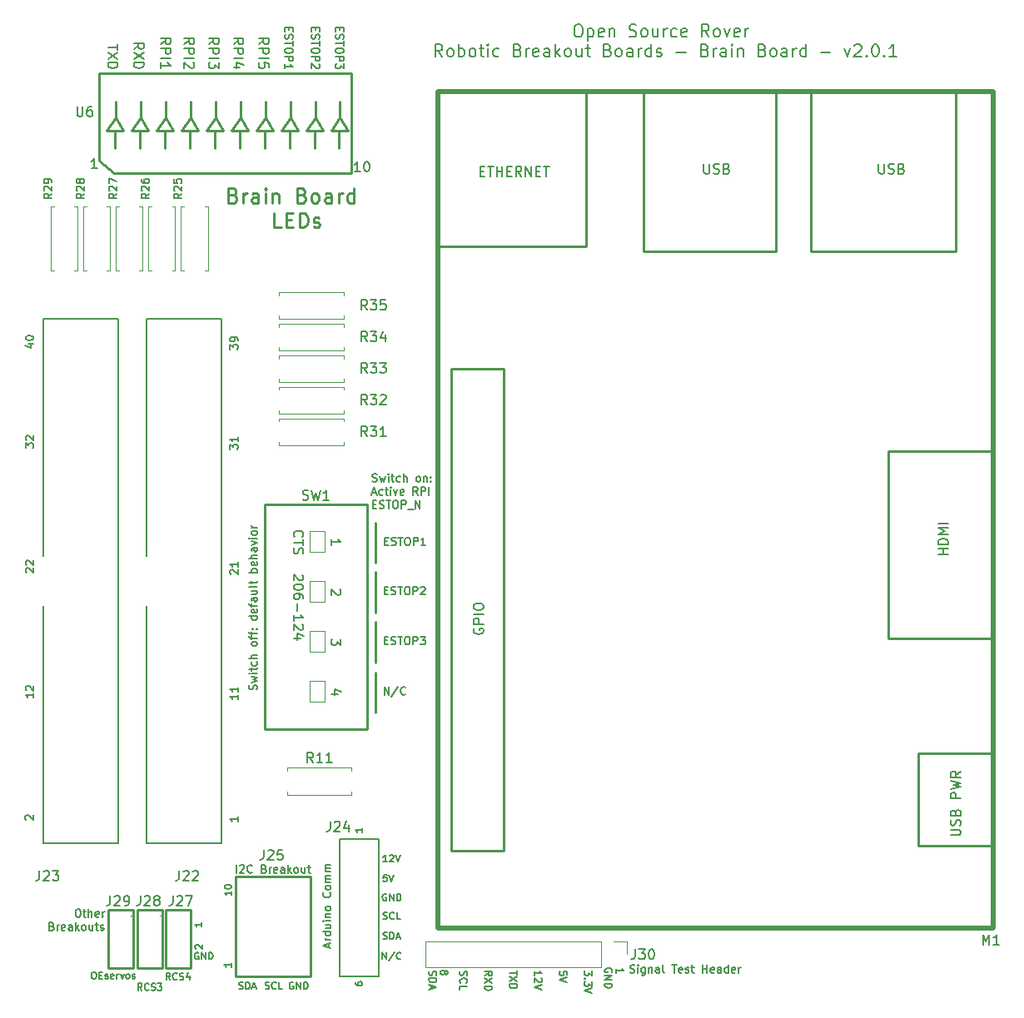
<source format=gto>
G04 #@! TF.GenerationSoftware,KiCad,Pcbnew,(5.1.10-1-10_14)*
G04 #@! TF.CreationDate,2023-03-19T13:08:02-07:00*
G04 #@! TF.ProjectId,Control_Boards,436f6e74-726f-46c5-9f42-6f617264732e,rev?*
G04 #@! TF.SameCoordinates,Original*
G04 #@! TF.FileFunction,Legend,Top*
G04 #@! TF.FilePolarity,Positive*
%FSLAX46Y46*%
G04 Gerber Fmt 4.6, Leading zero omitted, Abs format (unit mm)*
G04 Created by KiCad (PCBNEW (5.1.10-1-10_14)) date 2023-03-19 13:08:02*
%MOMM*%
%LPD*%
G01*
G04 APERTURE LIST*
%ADD10C,0.250000*%
%ADD11C,0.150000*%
%ADD12C,0.200000*%
%ADD13C,0.120000*%
%ADD14C,0.152400*%
%ADD15C,0.500000*%
G04 APERTURE END LIST*
D10*
X118046514Y-59044057D02*
X118260800Y-59115485D01*
X118332228Y-59186914D01*
X118403657Y-59329771D01*
X118403657Y-59544057D01*
X118332228Y-59686914D01*
X118260800Y-59758342D01*
X118117942Y-59829771D01*
X117546514Y-59829771D01*
X117546514Y-58329771D01*
X118046514Y-58329771D01*
X118189371Y-58401200D01*
X118260800Y-58472628D01*
X118332228Y-58615485D01*
X118332228Y-58758342D01*
X118260800Y-58901200D01*
X118189371Y-58972628D01*
X118046514Y-59044057D01*
X117546514Y-59044057D01*
X119046514Y-59829771D02*
X119046514Y-58829771D01*
X119046514Y-59115485D02*
X119117942Y-58972628D01*
X119189371Y-58901200D01*
X119332228Y-58829771D01*
X119475085Y-58829771D01*
X120617942Y-59829771D02*
X120617942Y-59044057D01*
X120546514Y-58901200D01*
X120403657Y-58829771D01*
X120117942Y-58829771D01*
X119975085Y-58901200D01*
X120617942Y-59758342D02*
X120475085Y-59829771D01*
X120117942Y-59829771D01*
X119975085Y-59758342D01*
X119903657Y-59615485D01*
X119903657Y-59472628D01*
X119975085Y-59329771D01*
X120117942Y-59258342D01*
X120475085Y-59258342D01*
X120617942Y-59186914D01*
X121332228Y-59829771D02*
X121332228Y-58829771D01*
X121332228Y-58329771D02*
X121260800Y-58401200D01*
X121332228Y-58472628D01*
X121403657Y-58401200D01*
X121332228Y-58329771D01*
X121332228Y-58472628D01*
X122046514Y-58829771D02*
X122046514Y-59829771D01*
X122046514Y-58972628D02*
X122117942Y-58901200D01*
X122260800Y-58829771D01*
X122475085Y-58829771D01*
X122617942Y-58901200D01*
X122689371Y-59044057D01*
X122689371Y-59829771D01*
X125046514Y-59044057D02*
X125260800Y-59115485D01*
X125332228Y-59186914D01*
X125403657Y-59329771D01*
X125403657Y-59544057D01*
X125332228Y-59686914D01*
X125260800Y-59758342D01*
X125117942Y-59829771D01*
X124546514Y-59829771D01*
X124546514Y-58329771D01*
X125046514Y-58329771D01*
X125189371Y-58401200D01*
X125260800Y-58472628D01*
X125332228Y-58615485D01*
X125332228Y-58758342D01*
X125260800Y-58901200D01*
X125189371Y-58972628D01*
X125046514Y-59044057D01*
X124546514Y-59044057D01*
X126260800Y-59829771D02*
X126117942Y-59758342D01*
X126046514Y-59686914D01*
X125975085Y-59544057D01*
X125975085Y-59115485D01*
X126046514Y-58972628D01*
X126117942Y-58901200D01*
X126260800Y-58829771D01*
X126475085Y-58829771D01*
X126617942Y-58901200D01*
X126689371Y-58972628D01*
X126760800Y-59115485D01*
X126760800Y-59544057D01*
X126689371Y-59686914D01*
X126617942Y-59758342D01*
X126475085Y-59829771D01*
X126260800Y-59829771D01*
X128046514Y-59829771D02*
X128046514Y-59044057D01*
X127975085Y-58901200D01*
X127832228Y-58829771D01*
X127546514Y-58829771D01*
X127403657Y-58901200D01*
X128046514Y-59758342D02*
X127903657Y-59829771D01*
X127546514Y-59829771D01*
X127403657Y-59758342D01*
X127332228Y-59615485D01*
X127332228Y-59472628D01*
X127403657Y-59329771D01*
X127546514Y-59258342D01*
X127903657Y-59258342D01*
X128046514Y-59186914D01*
X128760800Y-59829771D02*
X128760800Y-58829771D01*
X128760800Y-59115485D02*
X128832228Y-58972628D01*
X128903657Y-58901200D01*
X129046514Y-58829771D01*
X129189371Y-58829771D01*
X130332228Y-59829771D02*
X130332228Y-58329771D01*
X130332228Y-59758342D02*
X130189371Y-59829771D01*
X129903657Y-59829771D01*
X129760800Y-59758342D01*
X129689371Y-59686914D01*
X129617942Y-59544057D01*
X129617942Y-59115485D01*
X129689371Y-58972628D01*
X129760800Y-58901200D01*
X129903657Y-58829771D01*
X130189371Y-58829771D01*
X130332228Y-58901200D01*
X122939371Y-62329771D02*
X122225085Y-62329771D01*
X122225085Y-60829771D01*
X123439371Y-61544057D02*
X123939371Y-61544057D01*
X124153657Y-62329771D02*
X123439371Y-62329771D01*
X123439371Y-60829771D01*
X124153657Y-60829771D01*
X124796514Y-62329771D02*
X124796514Y-60829771D01*
X125153657Y-60829771D01*
X125367942Y-60901200D01*
X125510800Y-61044057D01*
X125582228Y-61186914D01*
X125653657Y-61472628D01*
X125653657Y-61686914D01*
X125582228Y-61972628D01*
X125510800Y-62115485D01*
X125367942Y-62258342D01*
X125153657Y-62329771D01*
X124796514Y-62329771D01*
X126225085Y-62258342D02*
X126367942Y-62329771D01*
X126653657Y-62329771D01*
X126796514Y-62258342D01*
X126867942Y-62115485D01*
X126867942Y-62044057D01*
X126796514Y-61901200D01*
X126653657Y-61829771D01*
X126439371Y-61829771D01*
X126296514Y-61758342D01*
X126225085Y-61615485D01*
X126225085Y-61544057D01*
X126296514Y-61401200D01*
X126439371Y-61329771D01*
X126653657Y-61329771D01*
X126796514Y-61401200D01*
D11*
X153038504Y-41686176D02*
X153276600Y-41686176D01*
X153395647Y-41745700D01*
X153514695Y-41864747D01*
X153574219Y-42102842D01*
X153574219Y-42519509D01*
X153514695Y-42757604D01*
X153395647Y-42876652D01*
X153276600Y-42936176D01*
X153038504Y-42936176D01*
X152919457Y-42876652D01*
X152800409Y-42757604D01*
X152740885Y-42519509D01*
X152740885Y-42102842D01*
X152800409Y-41864747D01*
X152919457Y-41745700D01*
X153038504Y-41686176D01*
X154109933Y-42102842D02*
X154109933Y-43352842D01*
X154109933Y-42162366D02*
X154228980Y-42102842D01*
X154467076Y-42102842D01*
X154586123Y-42162366D01*
X154645647Y-42221890D01*
X154705171Y-42340938D01*
X154705171Y-42698080D01*
X154645647Y-42817128D01*
X154586123Y-42876652D01*
X154467076Y-42936176D01*
X154228980Y-42936176D01*
X154109933Y-42876652D01*
X155717076Y-42876652D02*
X155598028Y-42936176D01*
X155359933Y-42936176D01*
X155240885Y-42876652D01*
X155181361Y-42757604D01*
X155181361Y-42281414D01*
X155240885Y-42162366D01*
X155359933Y-42102842D01*
X155598028Y-42102842D01*
X155717076Y-42162366D01*
X155776600Y-42281414D01*
X155776600Y-42400461D01*
X155181361Y-42519509D01*
X156312314Y-42102842D02*
X156312314Y-42936176D01*
X156312314Y-42221890D02*
X156371838Y-42162366D01*
X156490885Y-42102842D01*
X156669457Y-42102842D01*
X156788504Y-42162366D01*
X156848028Y-42281414D01*
X156848028Y-42936176D01*
X158336123Y-42876652D02*
X158514695Y-42936176D01*
X158812314Y-42936176D01*
X158931361Y-42876652D01*
X158990885Y-42817128D01*
X159050409Y-42698080D01*
X159050409Y-42579033D01*
X158990885Y-42459985D01*
X158931361Y-42400461D01*
X158812314Y-42340938D01*
X158574219Y-42281414D01*
X158455171Y-42221890D01*
X158395647Y-42162366D01*
X158336123Y-42043319D01*
X158336123Y-41924271D01*
X158395647Y-41805223D01*
X158455171Y-41745700D01*
X158574219Y-41686176D01*
X158871838Y-41686176D01*
X159050409Y-41745700D01*
X159764695Y-42936176D02*
X159645647Y-42876652D01*
X159586123Y-42817128D01*
X159526600Y-42698080D01*
X159526600Y-42340938D01*
X159586123Y-42221890D01*
X159645647Y-42162366D01*
X159764695Y-42102842D01*
X159943266Y-42102842D01*
X160062314Y-42162366D01*
X160121838Y-42221890D01*
X160181361Y-42340938D01*
X160181361Y-42698080D01*
X160121838Y-42817128D01*
X160062314Y-42876652D01*
X159943266Y-42936176D01*
X159764695Y-42936176D01*
X161252790Y-42102842D02*
X161252790Y-42936176D01*
X160717076Y-42102842D02*
X160717076Y-42757604D01*
X160776600Y-42876652D01*
X160895647Y-42936176D01*
X161074219Y-42936176D01*
X161193266Y-42876652D01*
X161252790Y-42817128D01*
X161848028Y-42936176D02*
X161848028Y-42102842D01*
X161848028Y-42340938D02*
X161907552Y-42221890D01*
X161967076Y-42162366D01*
X162086123Y-42102842D01*
X162205171Y-42102842D01*
X163157552Y-42876652D02*
X163038504Y-42936176D01*
X162800409Y-42936176D01*
X162681361Y-42876652D01*
X162621838Y-42817128D01*
X162562314Y-42698080D01*
X162562314Y-42340938D01*
X162621838Y-42221890D01*
X162681361Y-42162366D01*
X162800409Y-42102842D01*
X163038504Y-42102842D01*
X163157552Y-42162366D01*
X164169457Y-42876652D02*
X164050409Y-42936176D01*
X163812314Y-42936176D01*
X163693266Y-42876652D01*
X163633742Y-42757604D01*
X163633742Y-42281414D01*
X163693266Y-42162366D01*
X163812314Y-42102842D01*
X164050409Y-42102842D01*
X164169457Y-42162366D01*
X164228980Y-42281414D01*
X164228980Y-42400461D01*
X163633742Y-42519509D01*
X166431361Y-42936176D02*
X166014695Y-42340938D01*
X165717076Y-42936176D02*
X165717076Y-41686176D01*
X166193266Y-41686176D01*
X166312314Y-41745700D01*
X166371838Y-41805223D01*
X166431361Y-41924271D01*
X166431361Y-42102842D01*
X166371838Y-42221890D01*
X166312314Y-42281414D01*
X166193266Y-42340938D01*
X165717076Y-42340938D01*
X167145647Y-42936176D02*
X167026600Y-42876652D01*
X166967076Y-42817128D01*
X166907552Y-42698080D01*
X166907552Y-42340938D01*
X166967076Y-42221890D01*
X167026600Y-42162366D01*
X167145647Y-42102842D01*
X167324219Y-42102842D01*
X167443266Y-42162366D01*
X167502790Y-42221890D01*
X167562314Y-42340938D01*
X167562314Y-42698080D01*
X167502790Y-42817128D01*
X167443266Y-42876652D01*
X167324219Y-42936176D01*
X167145647Y-42936176D01*
X167978980Y-42102842D02*
X168276600Y-42936176D01*
X168574219Y-42102842D01*
X169526600Y-42876652D02*
X169407552Y-42936176D01*
X169169457Y-42936176D01*
X169050409Y-42876652D01*
X168990885Y-42757604D01*
X168990885Y-42281414D01*
X169050409Y-42162366D01*
X169169457Y-42102842D01*
X169407552Y-42102842D01*
X169526600Y-42162366D01*
X169586123Y-42281414D01*
X169586123Y-42400461D01*
X168990885Y-42519509D01*
X170121838Y-42936176D02*
X170121838Y-42102842D01*
X170121838Y-42340938D02*
X170181361Y-42221890D01*
X170240885Y-42162366D01*
X170359933Y-42102842D01*
X170478980Y-42102842D01*
X139318266Y-44961176D02*
X138901600Y-44365938D01*
X138603980Y-44961176D02*
X138603980Y-43711176D01*
X139080171Y-43711176D01*
X139199219Y-43770700D01*
X139258742Y-43830223D01*
X139318266Y-43949271D01*
X139318266Y-44127842D01*
X139258742Y-44246890D01*
X139199219Y-44306414D01*
X139080171Y-44365938D01*
X138603980Y-44365938D01*
X140032552Y-44961176D02*
X139913504Y-44901652D01*
X139853980Y-44842128D01*
X139794457Y-44723080D01*
X139794457Y-44365938D01*
X139853980Y-44246890D01*
X139913504Y-44187366D01*
X140032552Y-44127842D01*
X140211123Y-44127842D01*
X140330171Y-44187366D01*
X140389695Y-44246890D01*
X140449219Y-44365938D01*
X140449219Y-44723080D01*
X140389695Y-44842128D01*
X140330171Y-44901652D01*
X140211123Y-44961176D01*
X140032552Y-44961176D01*
X140984933Y-44961176D02*
X140984933Y-43711176D01*
X140984933Y-44187366D02*
X141103980Y-44127842D01*
X141342076Y-44127842D01*
X141461123Y-44187366D01*
X141520647Y-44246890D01*
X141580171Y-44365938D01*
X141580171Y-44723080D01*
X141520647Y-44842128D01*
X141461123Y-44901652D01*
X141342076Y-44961176D01*
X141103980Y-44961176D01*
X140984933Y-44901652D01*
X142294457Y-44961176D02*
X142175409Y-44901652D01*
X142115885Y-44842128D01*
X142056361Y-44723080D01*
X142056361Y-44365938D01*
X142115885Y-44246890D01*
X142175409Y-44187366D01*
X142294457Y-44127842D01*
X142473028Y-44127842D01*
X142592076Y-44187366D01*
X142651600Y-44246890D01*
X142711123Y-44365938D01*
X142711123Y-44723080D01*
X142651600Y-44842128D01*
X142592076Y-44901652D01*
X142473028Y-44961176D01*
X142294457Y-44961176D01*
X143068266Y-44127842D02*
X143544457Y-44127842D01*
X143246838Y-43711176D02*
X143246838Y-44782604D01*
X143306361Y-44901652D01*
X143425409Y-44961176D01*
X143544457Y-44961176D01*
X143961123Y-44961176D02*
X143961123Y-44127842D01*
X143961123Y-43711176D02*
X143901600Y-43770700D01*
X143961123Y-43830223D01*
X144020647Y-43770700D01*
X143961123Y-43711176D01*
X143961123Y-43830223D01*
X145092076Y-44901652D02*
X144973028Y-44961176D01*
X144734933Y-44961176D01*
X144615885Y-44901652D01*
X144556361Y-44842128D01*
X144496838Y-44723080D01*
X144496838Y-44365938D01*
X144556361Y-44246890D01*
X144615885Y-44187366D01*
X144734933Y-44127842D01*
X144973028Y-44127842D01*
X145092076Y-44187366D01*
X146996838Y-44306414D02*
X147175409Y-44365938D01*
X147234933Y-44425461D01*
X147294457Y-44544509D01*
X147294457Y-44723080D01*
X147234933Y-44842128D01*
X147175409Y-44901652D01*
X147056361Y-44961176D01*
X146580171Y-44961176D01*
X146580171Y-43711176D01*
X146996838Y-43711176D01*
X147115885Y-43770700D01*
X147175409Y-43830223D01*
X147234933Y-43949271D01*
X147234933Y-44068319D01*
X147175409Y-44187366D01*
X147115885Y-44246890D01*
X146996838Y-44306414D01*
X146580171Y-44306414D01*
X147830171Y-44961176D02*
X147830171Y-44127842D01*
X147830171Y-44365938D02*
X147889695Y-44246890D01*
X147949219Y-44187366D01*
X148068266Y-44127842D01*
X148187314Y-44127842D01*
X149080171Y-44901652D02*
X148961123Y-44961176D01*
X148723028Y-44961176D01*
X148603980Y-44901652D01*
X148544457Y-44782604D01*
X148544457Y-44306414D01*
X148603980Y-44187366D01*
X148723028Y-44127842D01*
X148961123Y-44127842D01*
X149080171Y-44187366D01*
X149139695Y-44306414D01*
X149139695Y-44425461D01*
X148544457Y-44544509D01*
X150211123Y-44961176D02*
X150211123Y-44306414D01*
X150151600Y-44187366D01*
X150032552Y-44127842D01*
X149794457Y-44127842D01*
X149675409Y-44187366D01*
X150211123Y-44901652D02*
X150092076Y-44961176D01*
X149794457Y-44961176D01*
X149675409Y-44901652D01*
X149615885Y-44782604D01*
X149615885Y-44663557D01*
X149675409Y-44544509D01*
X149794457Y-44484985D01*
X150092076Y-44484985D01*
X150211123Y-44425461D01*
X150806361Y-44961176D02*
X150806361Y-43711176D01*
X150925409Y-44484985D02*
X151282552Y-44961176D01*
X151282552Y-44127842D02*
X150806361Y-44604033D01*
X151996838Y-44961176D02*
X151877790Y-44901652D01*
X151818266Y-44842128D01*
X151758742Y-44723080D01*
X151758742Y-44365938D01*
X151818266Y-44246890D01*
X151877790Y-44187366D01*
X151996838Y-44127842D01*
X152175409Y-44127842D01*
X152294457Y-44187366D01*
X152353980Y-44246890D01*
X152413504Y-44365938D01*
X152413504Y-44723080D01*
X152353980Y-44842128D01*
X152294457Y-44901652D01*
X152175409Y-44961176D01*
X151996838Y-44961176D01*
X153484933Y-44127842D02*
X153484933Y-44961176D01*
X152949219Y-44127842D02*
X152949219Y-44782604D01*
X153008742Y-44901652D01*
X153127790Y-44961176D01*
X153306361Y-44961176D01*
X153425409Y-44901652D01*
X153484933Y-44842128D01*
X153901600Y-44127842D02*
X154377790Y-44127842D01*
X154080171Y-43711176D02*
X154080171Y-44782604D01*
X154139695Y-44901652D01*
X154258742Y-44961176D01*
X154377790Y-44961176D01*
X156163504Y-44306414D02*
X156342076Y-44365938D01*
X156401600Y-44425461D01*
X156461123Y-44544509D01*
X156461123Y-44723080D01*
X156401600Y-44842128D01*
X156342076Y-44901652D01*
X156223028Y-44961176D01*
X155746838Y-44961176D01*
X155746838Y-43711176D01*
X156163504Y-43711176D01*
X156282552Y-43770700D01*
X156342076Y-43830223D01*
X156401600Y-43949271D01*
X156401600Y-44068319D01*
X156342076Y-44187366D01*
X156282552Y-44246890D01*
X156163504Y-44306414D01*
X155746838Y-44306414D01*
X157175409Y-44961176D02*
X157056361Y-44901652D01*
X156996838Y-44842128D01*
X156937314Y-44723080D01*
X156937314Y-44365938D01*
X156996838Y-44246890D01*
X157056361Y-44187366D01*
X157175409Y-44127842D01*
X157353980Y-44127842D01*
X157473028Y-44187366D01*
X157532552Y-44246890D01*
X157592076Y-44365938D01*
X157592076Y-44723080D01*
X157532552Y-44842128D01*
X157473028Y-44901652D01*
X157353980Y-44961176D01*
X157175409Y-44961176D01*
X158663504Y-44961176D02*
X158663504Y-44306414D01*
X158603980Y-44187366D01*
X158484933Y-44127842D01*
X158246838Y-44127842D01*
X158127790Y-44187366D01*
X158663504Y-44901652D02*
X158544457Y-44961176D01*
X158246838Y-44961176D01*
X158127790Y-44901652D01*
X158068266Y-44782604D01*
X158068266Y-44663557D01*
X158127790Y-44544509D01*
X158246838Y-44484985D01*
X158544457Y-44484985D01*
X158663504Y-44425461D01*
X159258742Y-44961176D02*
X159258742Y-44127842D01*
X159258742Y-44365938D02*
X159318266Y-44246890D01*
X159377790Y-44187366D01*
X159496838Y-44127842D01*
X159615885Y-44127842D01*
X160568266Y-44961176D02*
X160568266Y-43711176D01*
X160568266Y-44901652D02*
X160449219Y-44961176D01*
X160211123Y-44961176D01*
X160092076Y-44901652D01*
X160032552Y-44842128D01*
X159973028Y-44723080D01*
X159973028Y-44365938D01*
X160032552Y-44246890D01*
X160092076Y-44187366D01*
X160211123Y-44127842D01*
X160449219Y-44127842D01*
X160568266Y-44187366D01*
X161103980Y-44901652D02*
X161223028Y-44961176D01*
X161461123Y-44961176D01*
X161580171Y-44901652D01*
X161639695Y-44782604D01*
X161639695Y-44723080D01*
X161580171Y-44604033D01*
X161461123Y-44544509D01*
X161282552Y-44544509D01*
X161163504Y-44484985D01*
X161103980Y-44365938D01*
X161103980Y-44306414D01*
X161163504Y-44187366D01*
X161282552Y-44127842D01*
X161461123Y-44127842D01*
X161580171Y-44187366D01*
X163127790Y-44484985D02*
X164080171Y-44484985D01*
X166044457Y-44306414D02*
X166223028Y-44365938D01*
X166282552Y-44425461D01*
X166342076Y-44544509D01*
X166342076Y-44723080D01*
X166282552Y-44842128D01*
X166223028Y-44901652D01*
X166103980Y-44961176D01*
X165627790Y-44961176D01*
X165627790Y-43711176D01*
X166044457Y-43711176D01*
X166163504Y-43770700D01*
X166223028Y-43830223D01*
X166282552Y-43949271D01*
X166282552Y-44068319D01*
X166223028Y-44187366D01*
X166163504Y-44246890D01*
X166044457Y-44306414D01*
X165627790Y-44306414D01*
X166877790Y-44961176D02*
X166877790Y-44127842D01*
X166877790Y-44365938D02*
X166937314Y-44246890D01*
X166996838Y-44187366D01*
X167115885Y-44127842D01*
X167234933Y-44127842D01*
X168187314Y-44961176D02*
X168187314Y-44306414D01*
X168127790Y-44187366D01*
X168008742Y-44127842D01*
X167770647Y-44127842D01*
X167651600Y-44187366D01*
X168187314Y-44901652D02*
X168068266Y-44961176D01*
X167770647Y-44961176D01*
X167651600Y-44901652D01*
X167592076Y-44782604D01*
X167592076Y-44663557D01*
X167651600Y-44544509D01*
X167770647Y-44484985D01*
X168068266Y-44484985D01*
X168187314Y-44425461D01*
X168782552Y-44961176D02*
X168782552Y-44127842D01*
X168782552Y-43711176D02*
X168723028Y-43770700D01*
X168782552Y-43830223D01*
X168842076Y-43770700D01*
X168782552Y-43711176D01*
X168782552Y-43830223D01*
X169377790Y-44127842D02*
X169377790Y-44961176D01*
X169377790Y-44246890D02*
X169437314Y-44187366D01*
X169556361Y-44127842D01*
X169734933Y-44127842D01*
X169853980Y-44187366D01*
X169913504Y-44306414D01*
X169913504Y-44961176D01*
X171877790Y-44306414D02*
X172056361Y-44365938D01*
X172115885Y-44425461D01*
X172175409Y-44544509D01*
X172175409Y-44723080D01*
X172115885Y-44842128D01*
X172056361Y-44901652D01*
X171937314Y-44961176D01*
X171461123Y-44961176D01*
X171461123Y-43711176D01*
X171877790Y-43711176D01*
X171996838Y-43770700D01*
X172056361Y-43830223D01*
X172115885Y-43949271D01*
X172115885Y-44068319D01*
X172056361Y-44187366D01*
X171996838Y-44246890D01*
X171877790Y-44306414D01*
X171461123Y-44306414D01*
X172889695Y-44961176D02*
X172770647Y-44901652D01*
X172711123Y-44842128D01*
X172651600Y-44723080D01*
X172651600Y-44365938D01*
X172711123Y-44246890D01*
X172770647Y-44187366D01*
X172889695Y-44127842D01*
X173068266Y-44127842D01*
X173187314Y-44187366D01*
X173246838Y-44246890D01*
X173306361Y-44365938D01*
X173306361Y-44723080D01*
X173246838Y-44842128D01*
X173187314Y-44901652D01*
X173068266Y-44961176D01*
X172889695Y-44961176D01*
X174377790Y-44961176D02*
X174377790Y-44306414D01*
X174318266Y-44187366D01*
X174199219Y-44127842D01*
X173961123Y-44127842D01*
X173842076Y-44187366D01*
X174377790Y-44901652D02*
X174258742Y-44961176D01*
X173961123Y-44961176D01*
X173842076Y-44901652D01*
X173782552Y-44782604D01*
X173782552Y-44663557D01*
X173842076Y-44544509D01*
X173961123Y-44484985D01*
X174258742Y-44484985D01*
X174377790Y-44425461D01*
X174973028Y-44961176D02*
X174973028Y-44127842D01*
X174973028Y-44365938D02*
X175032552Y-44246890D01*
X175092076Y-44187366D01*
X175211123Y-44127842D01*
X175330171Y-44127842D01*
X176282552Y-44961176D02*
X176282552Y-43711176D01*
X176282552Y-44901652D02*
X176163504Y-44961176D01*
X175925409Y-44961176D01*
X175806361Y-44901652D01*
X175746838Y-44842128D01*
X175687314Y-44723080D01*
X175687314Y-44365938D01*
X175746838Y-44246890D01*
X175806361Y-44187366D01*
X175925409Y-44127842D01*
X176163504Y-44127842D01*
X176282552Y-44187366D01*
X177830171Y-44484985D02*
X178782552Y-44484985D01*
X180211123Y-44127842D02*
X180508742Y-44961176D01*
X180806361Y-44127842D01*
X181223028Y-43830223D02*
X181282552Y-43770700D01*
X181401600Y-43711176D01*
X181699219Y-43711176D01*
X181818266Y-43770700D01*
X181877790Y-43830223D01*
X181937314Y-43949271D01*
X181937314Y-44068319D01*
X181877790Y-44246890D01*
X181163504Y-44961176D01*
X181937314Y-44961176D01*
X182473028Y-44842128D02*
X182532552Y-44901652D01*
X182473028Y-44961176D01*
X182413504Y-44901652D01*
X182473028Y-44842128D01*
X182473028Y-44961176D01*
X183306361Y-43711176D02*
X183425409Y-43711176D01*
X183544457Y-43770700D01*
X183603980Y-43830223D01*
X183663504Y-43949271D01*
X183723028Y-44187366D01*
X183723028Y-44484985D01*
X183663504Y-44723080D01*
X183603980Y-44842128D01*
X183544457Y-44901652D01*
X183425409Y-44961176D01*
X183306361Y-44961176D01*
X183187314Y-44901652D01*
X183127790Y-44842128D01*
X183068266Y-44723080D01*
X183008742Y-44484985D01*
X183008742Y-44187366D01*
X183068266Y-43949271D01*
X183127790Y-43830223D01*
X183187314Y-43770700D01*
X183306361Y-43711176D01*
X184258742Y-44842128D02*
X184318266Y-44901652D01*
X184258742Y-44961176D01*
X184199219Y-44901652D01*
X184258742Y-44842128D01*
X184258742Y-44961176D01*
X185508742Y-44961176D02*
X184794457Y-44961176D01*
X185151600Y-44961176D02*
X185151600Y-43711176D01*
X185032552Y-43889747D01*
X184913504Y-44008795D01*
X184794457Y-44068319D01*
X158407800Y-138093409D02*
X158522085Y-138131504D01*
X158712561Y-138131504D01*
X158788752Y-138093409D01*
X158826847Y-138055314D01*
X158864942Y-137979123D01*
X158864942Y-137902933D01*
X158826847Y-137826742D01*
X158788752Y-137788647D01*
X158712561Y-137750552D01*
X158560180Y-137712457D01*
X158483990Y-137674361D01*
X158445895Y-137636266D01*
X158407800Y-137560076D01*
X158407800Y-137483885D01*
X158445895Y-137407695D01*
X158483990Y-137369600D01*
X158560180Y-137331504D01*
X158750657Y-137331504D01*
X158864942Y-137369600D01*
X159207800Y-138131504D02*
X159207800Y-137598171D01*
X159207800Y-137331504D02*
X159169704Y-137369600D01*
X159207800Y-137407695D01*
X159245895Y-137369600D01*
X159207800Y-137331504D01*
X159207800Y-137407695D01*
X159931609Y-137598171D02*
X159931609Y-138245790D01*
X159893514Y-138321980D01*
X159855419Y-138360076D01*
X159779228Y-138398171D01*
X159664942Y-138398171D01*
X159588752Y-138360076D01*
X159931609Y-138093409D02*
X159855419Y-138131504D01*
X159703038Y-138131504D01*
X159626847Y-138093409D01*
X159588752Y-138055314D01*
X159550657Y-137979123D01*
X159550657Y-137750552D01*
X159588752Y-137674361D01*
X159626847Y-137636266D01*
X159703038Y-137598171D01*
X159855419Y-137598171D01*
X159931609Y-137636266D01*
X160312561Y-137598171D02*
X160312561Y-138131504D01*
X160312561Y-137674361D02*
X160350657Y-137636266D01*
X160426847Y-137598171D01*
X160541133Y-137598171D01*
X160617323Y-137636266D01*
X160655419Y-137712457D01*
X160655419Y-138131504D01*
X161379228Y-138131504D02*
X161379228Y-137712457D01*
X161341133Y-137636266D01*
X161264942Y-137598171D01*
X161112561Y-137598171D01*
X161036371Y-137636266D01*
X161379228Y-138093409D02*
X161303038Y-138131504D01*
X161112561Y-138131504D01*
X161036371Y-138093409D01*
X160998276Y-138017219D01*
X160998276Y-137941028D01*
X161036371Y-137864838D01*
X161112561Y-137826742D01*
X161303038Y-137826742D01*
X161379228Y-137788647D01*
X161874466Y-138131504D02*
X161798276Y-138093409D01*
X161760180Y-138017219D01*
X161760180Y-137331504D01*
X162674466Y-137331504D02*
X163131609Y-137331504D01*
X162903038Y-138131504D02*
X162903038Y-137331504D01*
X163703038Y-138093409D02*
X163626847Y-138131504D01*
X163474466Y-138131504D01*
X163398276Y-138093409D01*
X163360180Y-138017219D01*
X163360180Y-137712457D01*
X163398276Y-137636266D01*
X163474466Y-137598171D01*
X163626847Y-137598171D01*
X163703038Y-137636266D01*
X163741133Y-137712457D01*
X163741133Y-137788647D01*
X163360180Y-137864838D01*
X164045895Y-138093409D02*
X164122085Y-138131504D01*
X164274466Y-138131504D01*
X164350657Y-138093409D01*
X164388752Y-138017219D01*
X164388752Y-137979123D01*
X164350657Y-137902933D01*
X164274466Y-137864838D01*
X164160180Y-137864838D01*
X164083990Y-137826742D01*
X164045895Y-137750552D01*
X164045895Y-137712457D01*
X164083990Y-137636266D01*
X164160180Y-137598171D01*
X164274466Y-137598171D01*
X164350657Y-137636266D01*
X164617323Y-137598171D02*
X164922085Y-137598171D01*
X164731609Y-137331504D02*
X164731609Y-138017219D01*
X164769704Y-138093409D01*
X164845895Y-138131504D01*
X164922085Y-138131504D01*
X165798276Y-138131504D02*
X165798276Y-137331504D01*
X165798276Y-137712457D02*
X166255419Y-137712457D01*
X166255419Y-138131504D02*
X166255419Y-137331504D01*
X166941133Y-138093409D02*
X166864942Y-138131504D01*
X166712561Y-138131504D01*
X166636371Y-138093409D01*
X166598276Y-138017219D01*
X166598276Y-137712457D01*
X166636371Y-137636266D01*
X166712561Y-137598171D01*
X166864942Y-137598171D01*
X166941133Y-137636266D01*
X166979228Y-137712457D01*
X166979228Y-137788647D01*
X166598276Y-137864838D01*
X167664942Y-138131504D02*
X167664942Y-137712457D01*
X167626847Y-137636266D01*
X167550657Y-137598171D01*
X167398276Y-137598171D01*
X167322085Y-137636266D01*
X167664942Y-138093409D02*
X167588752Y-138131504D01*
X167398276Y-138131504D01*
X167322085Y-138093409D01*
X167283990Y-138017219D01*
X167283990Y-137941028D01*
X167322085Y-137864838D01*
X167398276Y-137826742D01*
X167588752Y-137826742D01*
X167664942Y-137788647D01*
X168388752Y-138131504D02*
X168388752Y-137331504D01*
X168388752Y-138093409D02*
X168312561Y-138131504D01*
X168160180Y-138131504D01*
X168083990Y-138093409D01*
X168045895Y-138055314D01*
X168007800Y-137979123D01*
X168007800Y-137750552D01*
X168045895Y-137674361D01*
X168083990Y-137636266D01*
X168160180Y-137598171D01*
X168312561Y-137598171D01*
X168388752Y-137636266D01*
X169074466Y-138093409D02*
X168998276Y-138131504D01*
X168845895Y-138131504D01*
X168769704Y-138093409D01*
X168731609Y-138017219D01*
X168731609Y-137712457D01*
X168769704Y-137636266D01*
X168845895Y-137598171D01*
X168998276Y-137598171D01*
X169074466Y-137636266D01*
X169112561Y-137712457D01*
X169112561Y-137788647D01*
X168731609Y-137864838D01*
X169455419Y-138131504D02*
X169455419Y-137598171D01*
X169455419Y-137750552D02*
X169493514Y-137674361D01*
X169531609Y-137636266D01*
X169607800Y-137598171D01*
X169683990Y-137598171D01*
X157013714Y-138136285D02*
X157013714Y-137707714D01*
X157013714Y-137922000D02*
X157763714Y-137922000D01*
X157656571Y-137850571D01*
X157585142Y-137779142D01*
X157549428Y-137707714D01*
X139560685Y-138028371D02*
X139596400Y-137956942D01*
X139632114Y-137921228D01*
X139703542Y-137885514D01*
X139739257Y-137885514D01*
X139810685Y-137921228D01*
X139846400Y-137956942D01*
X139882114Y-138028371D01*
X139882114Y-138171228D01*
X139846400Y-138242657D01*
X139810685Y-138278371D01*
X139739257Y-138314085D01*
X139703542Y-138314085D01*
X139632114Y-138278371D01*
X139596400Y-138242657D01*
X139560685Y-138171228D01*
X139560685Y-138028371D01*
X139524971Y-137956942D01*
X139489257Y-137921228D01*
X139417828Y-137885514D01*
X139274971Y-137885514D01*
X139203542Y-137921228D01*
X139167828Y-137956942D01*
X139132114Y-138028371D01*
X139132114Y-138171228D01*
X139167828Y-138242657D01*
X139203542Y-138278371D01*
X139274971Y-138314085D01*
X139417828Y-138314085D01*
X139489257Y-138278371D01*
X139524971Y-138242657D01*
X139560685Y-138171228D01*
X156559600Y-138087171D02*
X156595314Y-138015742D01*
X156595314Y-137908600D01*
X156559600Y-137801457D01*
X156488171Y-137730028D01*
X156416742Y-137694314D01*
X156273885Y-137658600D01*
X156166742Y-137658600D01*
X156023885Y-137694314D01*
X155952457Y-137730028D01*
X155881028Y-137801457D01*
X155845314Y-137908600D01*
X155845314Y-137980028D01*
X155881028Y-138087171D01*
X155916742Y-138122885D01*
X156166742Y-138122885D01*
X156166742Y-137980028D01*
X155845314Y-138444314D02*
X156595314Y-138444314D01*
X155845314Y-138872885D01*
X156595314Y-138872885D01*
X155845314Y-139230028D02*
X156595314Y-139230028D01*
X156595314Y-139408600D01*
X156559600Y-139515742D01*
X156488171Y-139587171D01*
X156416742Y-139622885D01*
X156273885Y-139658600D01*
X156166742Y-139658600D01*
X156023885Y-139622885D01*
X155952457Y-139587171D01*
X155881028Y-139515742D01*
X155845314Y-139408600D01*
X155845314Y-139230028D01*
X154512514Y-137948071D02*
X154512514Y-138412357D01*
X154226800Y-138162357D01*
X154226800Y-138269500D01*
X154191085Y-138340929D01*
X154155371Y-138376643D01*
X154083942Y-138412357D01*
X153905371Y-138412357D01*
X153833942Y-138376643D01*
X153798228Y-138340929D01*
X153762514Y-138269500D01*
X153762514Y-138055214D01*
X153798228Y-137983786D01*
X153833942Y-137948071D01*
X153833942Y-138733786D02*
X153798228Y-138769500D01*
X153762514Y-138733786D01*
X153798228Y-138698071D01*
X153833942Y-138733786D01*
X153762514Y-138733786D01*
X154512514Y-139019500D02*
X154512514Y-139483786D01*
X154226800Y-139233786D01*
X154226800Y-139340929D01*
X154191085Y-139412357D01*
X154155371Y-139448071D01*
X154083942Y-139483786D01*
X153905371Y-139483786D01*
X153833942Y-139448071D01*
X153798228Y-139412357D01*
X153762514Y-139340929D01*
X153762514Y-139126643D01*
X153798228Y-139055214D01*
X153833942Y-139019500D01*
X154512514Y-139698071D02*
X153762514Y-139948071D01*
X154512514Y-140198071D01*
X151982674Y-138376643D02*
X151982674Y-138019500D01*
X151625531Y-137983786D01*
X151661245Y-138019500D01*
X151696960Y-138090929D01*
X151696960Y-138269500D01*
X151661245Y-138340929D01*
X151625531Y-138376643D01*
X151554102Y-138412357D01*
X151375531Y-138412357D01*
X151304102Y-138376643D01*
X151268388Y-138340929D01*
X151232674Y-138269500D01*
X151232674Y-138090929D01*
X151268388Y-138019500D01*
X151304102Y-137983786D01*
X151982674Y-138626643D02*
X151232674Y-138876643D01*
X151982674Y-139126643D01*
X148702834Y-138412357D02*
X148702834Y-137983786D01*
X148702834Y-138198071D02*
X149452834Y-138198071D01*
X149345691Y-138126643D01*
X149274262Y-138055214D01*
X149238548Y-137983786D01*
X149381405Y-138698071D02*
X149417120Y-138733786D01*
X149452834Y-138805214D01*
X149452834Y-138983786D01*
X149417120Y-139055214D01*
X149381405Y-139090929D01*
X149309977Y-139126643D01*
X149238548Y-139126643D01*
X149131405Y-139090929D01*
X148702834Y-138662357D01*
X148702834Y-139126643D01*
X149452834Y-139340929D02*
X148702834Y-139590929D01*
X149452834Y-139840929D01*
X146922994Y-137912357D02*
X146922994Y-138340929D01*
X146172994Y-138126643D02*
X146922994Y-138126643D01*
X146922994Y-138519500D02*
X146172994Y-139019500D01*
X146922994Y-139019500D02*
X146172994Y-138519500D01*
X146172994Y-139305214D02*
X146922994Y-139305214D01*
X146922994Y-139483786D01*
X146887280Y-139590929D01*
X146815851Y-139662357D01*
X146744422Y-139698071D01*
X146601565Y-139733786D01*
X146494422Y-139733786D01*
X146351565Y-139698071D01*
X146280137Y-139662357D01*
X146208708Y-139590929D01*
X146172994Y-139483786D01*
X146172994Y-139305214D01*
X143643154Y-138448071D02*
X144000297Y-138198071D01*
X143643154Y-138019500D02*
X144393154Y-138019500D01*
X144393154Y-138305214D01*
X144357440Y-138376643D01*
X144321725Y-138412357D01*
X144250297Y-138448071D01*
X144143154Y-138448071D01*
X144071725Y-138412357D01*
X144036011Y-138376643D01*
X144000297Y-138305214D01*
X144000297Y-138019500D01*
X144393154Y-138698071D02*
X143643154Y-139198071D01*
X144393154Y-139198071D02*
X143643154Y-138698071D01*
X143643154Y-139483786D02*
X144393154Y-139483786D01*
X144393154Y-139662357D01*
X144357440Y-139769500D01*
X144286011Y-139840929D01*
X144214582Y-139876643D01*
X144071725Y-139912357D01*
X143964582Y-139912357D01*
X143821725Y-139876643D01*
X143750297Y-139840929D01*
X143678868Y-139769500D01*
X143643154Y-139662357D01*
X143643154Y-139483786D01*
X141149028Y-137983786D02*
X141113314Y-138090929D01*
X141113314Y-138269500D01*
X141149028Y-138340929D01*
X141184742Y-138376643D01*
X141256171Y-138412357D01*
X141327600Y-138412357D01*
X141399028Y-138376643D01*
X141434742Y-138340929D01*
X141470457Y-138269500D01*
X141506171Y-138126643D01*
X141541885Y-138055214D01*
X141577600Y-138019500D01*
X141649028Y-137983786D01*
X141720457Y-137983786D01*
X141791885Y-138019500D01*
X141827600Y-138055214D01*
X141863314Y-138126643D01*
X141863314Y-138305214D01*
X141827600Y-138412357D01*
X141184742Y-139162357D02*
X141149028Y-139126643D01*
X141113314Y-139019500D01*
X141113314Y-138948071D01*
X141149028Y-138840929D01*
X141220457Y-138769500D01*
X141291885Y-138733786D01*
X141434742Y-138698071D01*
X141541885Y-138698071D01*
X141684742Y-138733786D01*
X141756171Y-138769500D01*
X141827600Y-138840929D01*
X141863314Y-138948071D01*
X141863314Y-139019500D01*
X141827600Y-139126643D01*
X141791885Y-139162357D01*
X141113314Y-139840929D02*
X141113314Y-139483786D01*
X141863314Y-139483786D01*
X137999428Y-137959157D02*
X137963714Y-138066300D01*
X137963714Y-138244871D01*
X137999428Y-138316300D01*
X138035142Y-138352014D01*
X138106571Y-138387728D01*
X138178000Y-138387728D01*
X138249428Y-138352014D01*
X138285142Y-138316300D01*
X138320857Y-138244871D01*
X138356571Y-138102014D01*
X138392285Y-138030585D01*
X138428000Y-137994871D01*
X138499428Y-137959157D01*
X138570857Y-137959157D01*
X138642285Y-137994871D01*
X138678000Y-138030585D01*
X138713714Y-138102014D01*
X138713714Y-138280585D01*
X138678000Y-138387728D01*
X137963714Y-138709157D02*
X138713714Y-138709157D01*
X138713714Y-138887728D01*
X138678000Y-138994871D01*
X138606571Y-139066300D01*
X138535142Y-139102014D01*
X138392285Y-139137728D01*
X138285142Y-139137728D01*
X138142285Y-139102014D01*
X138070857Y-139066300D01*
X137999428Y-138994871D01*
X137963714Y-138887728D01*
X137963714Y-138709157D01*
X138178000Y-139423442D02*
X138178000Y-139780585D01*
X137963714Y-139352014D02*
X138713714Y-139602014D01*
X137963714Y-139852014D01*
X118383514Y-127971504D02*
X118383514Y-127171504D01*
X118726371Y-127247695D02*
X118764466Y-127209600D01*
X118840657Y-127171504D01*
X119031133Y-127171504D01*
X119107323Y-127209600D01*
X119145419Y-127247695D01*
X119183514Y-127323885D01*
X119183514Y-127400076D01*
X119145419Y-127514361D01*
X118688276Y-127971504D01*
X119183514Y-127971504D01*
X119983514Y-127895314D02*
X119945419Y-127933409D01*
X119831133Y-127971504D01*
X119754942Y-127971504D01*
X119640657Y-127933409D01*
X119564466Y-127857219D01*
X119526371Y-127781028D01*
X119488276Y-127628647D01*
X119488276Y-127514361D01*
X119526371Y-127361980D01*
X119564466Y-127285790D01*
X119640657Y-127209600D01*
X119754942Y-127171504D01*
X119831133Y-127171504D01*
X119945419Y-127209600D01*
X119983514Y-127247695D01*
X121202561Y-127552457D02*
X121316847Y-127590552D01*
X121354942Y-127628647D01*
X121393038Y-127704838D01*
X121393038Y-127819123D01*
X121354942Y-127895314D01*
X121316847Y-127933409D01*
X121240657Y-127971504D01*
X120935895Y-127971504D01*
X120935895Y-127171504D01*
X121202561Y-127171504D01*
X121278752Y-127209600D01*
X121316847Y-127247695D01*
X121354942Y-127323885D01*
X121354942Y-127400076D01*
X121316847Y-127476266D01*
X121278752Y-127514361D01*
X121202561Y-127552457D01*
X120935895Y-127552457D01*
X121735895Y-127971504D02*
X121735895Y-127438171D01*
X121735895Y-127590552D02*
X121773990Y-127514361D01*
X121812085Y-127476266D01*
X121888276Y-127438171D01*
X121964466Y-127438171D01*
X122535895Y-127933409D02*
X122459704Y-127971504D01*
X122307323Y-127971504D01*
X122231133Y-127933409D01*
X122193038Y-127857219D01*
X122193038Y-127552457D01*
X122231133Y-127476266D01*
X122307323Y-127438171D01*
X122459704Y-127438171D01*
X122535895Y-127476266D01*
X122573990Y-127552457D01*
X122573990Y-127628647D01*
X122193038Y-127704838D01*
X123259704Y-127971504D02*
X123259704Y-127552457D01*
X123221609Y-127476266D01*
X123145419Y-127438171D01*
X122993038Y-127438171D01*
X122916847Y-127476266D01*
X123259704Y-127933409D02*
X123183514Y-127971504D01*
X122993038Y-127971504D01*
X122916847Y-127933409D01*
X122878752Y-127857219D01*
X122878752Y-127781028D01*
X122916847Y-127704838D01*
X122993038Y-127666742D01*
X123183514Y-127666742D01*
X123259704Y-127628647D01*
X123640657Y-127971504D02*
X123640657Y-127171504D01*
X123716847Y-127666742D02*
X123945419Y-127971504D01*
X123945419Y-127438171D02*
X123640657Y-127742933D01*
X124402561Y-127971504D02*
X124326371Y-127933409D01*
X124288276Y-127895314D01*
X124250180Y-127819123D01*
X124250180Y-127590552D01*
X124288276Y-127514361D01*
X124326371Y-127476266D01*
X124402561Y-127438171D01*
X124516847Y-127438171D01*
X124593038Y-127476266D01*
X124631133Y-127514361D01*
X124669228Y-127590552D01*
X124669228Y-127819123D01*
X124631133Y-127895314D01*
X124593038Y-127933409D01*
X124516847Y-127971504D01*
X124402561Y-127971504D01*
X125354942Y-127438171D02*
X125354942Y-127971504D01*
X125012085Y-127438171D02*
X125012085Y-127857219D01*
X125050180Y-127933409D01*
X125126371Y-127971504D01*
X125240657Y-127971504D01*
X125316847Y-127933409D01*
X125354942Y-127895314D01*
X125621609Y-127438171D02*
X125926371Y-127438171D01*
X125735895Y-127171504D02*
X125735895Y-127857219D01*
X125773990Y-127933409D01*
X125850180Y-127971504D01*
X125926371Y-127971504D01*
X127742933Y-135538519D02*
X127742933Y-135157566D01*
X127971504Y-135614709D02*
X127171504Y-135348042D01*
X127971504Y-135081376D01*
X127971504Y-134814709D02*
X127438171Y-134814709D01*
X127590552Y-134814709D02*
X127514361Y-134776614D01*
X127476266Y-134738519D01*
X127438171Y-134662328D01*
X127438171Y-134586138D01*
X127971504Y-133976614D02*
X127171504Y-133976614D01*
X127933409Y-133976614D02*
X127971504Y-134052804D01*
X127971504Y-134205185D01*
X127933409Y-134281376D01*
X127895314Y-134319471D01*
X127819123Y-134357566D01*
X127590552Y-134357566D01*
X127514361Y-134319471D01*
X127476266Y-134281376D01*
X127438171Y-134205185D01*
X127438171Y-134052804D01*
X127476266Y-133976614D01*
X127438171Y-133252804D02*
X127971504Y-133252804D01*
X127438171Y-133595661D02*
X127857219Y-133595661D01*
X127933409Y-133557566D01*
X127971504Y-133481376D01*
X127971504Y-133367090D01*
X127933409Y-133290900D01*
X127895314Y-133252804D01*
X127971504Y-132871852D02*
X127438171Y-132871852D01*
X127171504Y-132871852D02*
X127209600Y-132909947D01*
X127247695Y-132871852D01*
X127209600Y-132833757D01*
X127171504Y-132871852D01*
X127247695Y-132871852D01*
X127438171Y-132490900D02*
X127971504Y-132490900D01*
X127514361Y-132490900D02*
X127476266Y-132452804D01*
X127438171Y-132376614D01*
X127438171Y-132262328D01*
X127476266Y-132186138D01*
X127552457Y-132148042D01*
X127971504Y-132148042D01*
X127971504Y-131652804D02*
X127933409Y-131728995D01*
X127895314Y-131767090D01*
X127819123Y-131805185D01*
X127590552Y-131805185D01*
X127514361Y-131767090D01*
X127476266Y-131728995D01*
X127438171Y-131652804D01*
X127438171Y-131538519D01*
X127476266Y-131462328D01*
X127514361Y-131424233D01*
X127590552Y-131386138D01*
X127819123Y-131386138D01*
X127895314Y-131424233D01*
X127933409Y-131462328D01*
X127971504Y-131538519D01*
X127971504Y-131652804D01*
X127895314Y-129976614D02*
X127933409Y-130014709D01*
X127971504Y-130128995D01*
X127971504Y-130205185D01*
X127933409Y-130319471D01*
X127857219Y-130395661D01*
X127781028Y-130433757D01*
X127628647Y-130471852D01*
X127514361Y-130471852D01*
X127361980Y-130433757D01*
X127285790Y-130395661D01*
X127209600Y-130319471D01*
X127171504Y-130205185D01*
X127171504Y-130128995D01*
X127209600Y-130014709D01*
X127247695Y-129976614D01*
X127971504Y-129519471D02*
X127933409Y-129595661D01*
X127895314Y-129633757D01*
X127819123Y-129671852D01*
X127590552Y-129671852D01*
X127514361Y-129633757D01*
X127476266Y-129595661D01*
X127438171Y-129519471D01*
X127438171Y-129405185D01*
X127476266Y-129328995D01*
X127514361Y-129290900D01*
X127590552Y-129252804D01*
X127819123Y-129252804D01*
X127895314Y-129290900D01*
X127933409Y-129328995D01*
X127971504Y-129405185D01*
X127971504Y-129519471D01*
X127971504Y-128909947D02*
X127438171Y-128909947D01*
X127514361Y-128909947D02*
X127476266Y-128871852D01*
X127438171Y-128795661D01*
X127438171Y-128681376D01*
X127476266Y-128605185D01*
X127552457Y-128567090D01*
X127971504Y-128567090D01*
X127552457Y-128567090D02*
X127476266Y-128528995D01*
X127438171Y-128452804D01*
X127438171Y-128338519D01*
X127476266Y-128262328D01*
X127552457Y-128224233D01*
X127971504Y-128224233D01*
X127971504Y-127843280D02*
X127438171Y-127843280D01*
X127514361Y-127843280D02*
X127476266Y-127805185D01*
X127438171Y-127728995D01*
X127438171Y-127614709D01*
X127476266Y-127538519D01*
X127552457Y-127500423D01*
X127971504Y-127500423D01*
X127552457Y-127500423D02*
X127476266Y-127462328D01*
X127438171Y-127386138D01*
X127438171Y-127271852D01*
X127476266Y-127195661D01*
X127552457Y-127157566D01*
X127971504Y-127157566D01*
X133233166Y-136765466D02*
X133233166Y-136065466D01*
X133633166Y-136765466D01*
X133633166Y-136065466D01*
X134466500Y-136032133D02*
X133866500Y-136932133D01*
X135099833Y-136698800D02*
X135066500Y-136732133D01*
X134966500Y-136765466D01*
X134899833Y-136765466D01*
X134799833Y-136732133D01*
X134733166Y-136665466D01*
X134699833Y-136598800D01*
X134666500Y-136465466D01*
X134666500Y-136365466D01*
X134699833Y-136232133D01*
X134733166Y-136165466D01*
X134799833Y-136098800D01*
X134899833Y-136065466D01*
X134966500Y-136065466D01*
X135066500Y-136098800D01*
X135099833Y-136132133D01*
X133301433Y-134674733D02*
X133401433Y-134708066D01*
X133568100Y-134708066D01*
X133634766Y-134674733D01*
X133668100Y-134641400D01*
X133701433Y-134574733D01*
X133701433Y-134508066D01*
X133668100Y-134441400D01*
X133634766Y-134408066D01*
X133568100Y-134374733D01*
X133434766Y-134341400D01*
X133368100Y-134308066D01*
X133334766Y-134274733D01*
X133301433Y-134208066D01*
X133301433Y-134141400D01*
X133334766Y-134074733D01*
X133368100Y-134041400D01*
X133434766Y-134008066D01*
X133601433Y-134008066D01*
X133701433Y-134041400D01*
X134001433Y-134708066D02*
X134001433Y-134008066D01*
X134168100Y-134008066D01*
X134268100Y-134041400D01*
X134334766Y-134108066D01*
X134368100Y-134174733D01*
X134401433Y-134308066D01*
X134401433Y-134408066D01*
X134368100Y-134541400D01*
X134334766Y-134608066D01*
X134268100Y-134674733D01*
X134168100Y-134708066D01*
X134001433Y-134708066D01*
X134668100Y-134508066D02*
X135001433Y-134508066D01*
X134601433Y-134708066D02*
X134834766Y-134008066D01*
X135068100Y-134708066D01*
X133301433Y-132642733D02*
X133401433Y-132676066D01*
X133568100Y-132676066D01*
X133634766Y-132642733D01*
X133668100Y-132609400D01*
X133701433Y-132542733D01*
X133701433Y-132476066D01*
X133668100Y-132409400D01*
X133634766Y-132376066D01*
X133568100Y-132342733D01*
X133434766Y-132309400D01*
X133368100Y-132276066D01*
X133334766Y-132242733D01*
X133301433Y-132176066D01*
X133301433Y-132109400D01*
X133334766Y-132042733D01*
X133368100Y-132009400D01*
X133434766Y-131976066D01*
X133601433Y-131976066D01*
X133701433Y-132009400D01*
X134401433Y-132609400D02*
X134368100Y-132642733D01*
X134268100Y-132676066D01*
X134201433Y-132676066D01*
X134101433Y-132642733D01*
X134034766Y-132576066D01*
X134001433Y-132509400D01*
X133968100Y-132376066D01*
X133968100Y-132276066D01*
X134001433Y-132142733D01*
X134034766Y-132076066D01*
X134101433Y-132009400D01*
X134201433Y-131976066D01*
X134268100Y-131976066D01*
X134368100Y-132009400D01*
X134401433Y-132042733D01*
X135034766Y-132676066D02*
X134701433Y-132676066D01*
X134701433Y-131976066D01*
X133625233Y-130129800D02*
X133558566Y-130096466D01*
X133458566Y-130096466D01*
X133358566Y-130129800D01*
X133291900Y-130196466D01*
X133258566Y-130263133D01*
X133225233Y-130396466D01*
X133225233Y-130496466D01*
X133258566Y-130629800D01*
X133291900Y-130696466D01*
X133358566Y-130763133D01*
X133458566Y-130796466D01*
X133525233Y-130796466D01*
X133625233Y-130763133D01*
X133658566Y-130729800D01*
X133658566Y-130496466D01*
X133525233Y-130496466D01*
X133958566Y-130796466D02*
X133958566Y-130096466D01*
X134358566Y-130796466D01*
X134358566Y-130096466D01*
X134691900Y-130796466D02*
X134691900Y-130096466D01*
X134858566Y-130096466D01*
X134958566Y-130129800D01*
X135025233Y-130196466D01*
X135058566Y-130263133D01*
X135091900Y-130396466D01*
X135091900Y-130496466D01*
X135058566Y-130629800D01*
X135025233Y-130696466D01*
X134958566Y-130763133D01*
X134858566Y-130796466D01*
X134691900Y-130796466D01*
X133668100Y-128140666D02*
X133334766Y-128140666D01*
X133301433Y-128474000D01*
X133334766Y-128440666D01*
X133401433Y-128407333D01*
X133568100Y-128407333D01*
X133634766Y-128440666D01*
X133668100Y-128474000D01*
X133701433Y-128540666D01*
X133701433Y-128707333D01*
X133668100Y-128774000D01*
X133634766Y-128807333D01*
X133568100Y-128840666D01*
X133401433Y-128840666D01*
X133334766Y-128807333D01*
X133301433Y-128774000D01*
X133901433Y-128140666D02*
X134134766Y-128840666D01*
X134368100Y-128140666D01*
X133701433Y-126859466D02*
X133301433Y-126859466D01*
X133501433Y-126859466D02*
X133501433Y-126159466D01*
X133434766Y-126259466D01*
X133368100Y-126326133D01*
X133301433Y-126359466D01*
X133968100Y-126226133D02*
X134001433Y-126192800D01*
X134068100Y-126159466D01*
X134234766Y-126159466D01*
X134301433Y-126192800D01*
X134334766Y-126226133D01*
X134368100Y-126292800D01*
X134368100Y-126359466D01*
X134334766Y-126459466D01*
X133934766Y-126859466D01*
X134368100Y-126859466D01*
X134568100Y-126159466D02*
X134801433Y-126859466D01*
X135034766Y-126159466D01*
X124176433Y-139121400D02*
X124109766Y-139088066D01*
X124009766Y-139088066D01*
X123909766Y-139121400D01*
X123843100Y-139188066D01*
X123809766Y-139254733D01*
X123776433Y-139388066D01*
X123776433Y-139488066D01*
X123809766Y-139621400D01*
X123843100Y-139688066D01*
X123909766Y-139754733D01*
X124009766Y-139788066D01*
X124076433Y-139788066D01*
X124176433Y-139754733D01*
X124209766Y-139721400D01*
X124209766Y-139488066D01*
X124076433Y-139488066D01*
X124509766Y-139788066D02*
X124509766Y-139088066D01*
X124909766Y-139788066D01*
X124909766Y-139088066D01*
X125243100Y-139788066D02*
X125243100Y-139088066D01*
X125409766Y-139088066D01*
X125509766Y-139121400D01*
X125576433Y-139188066D01*
X125609766Y-139254733D01*
X125643100Y-139388066D01*
X125643100Y-139488066D01*
X125609766Y-139621400D01*
X125576433Y-139688066D01*
X125509766Y-139754733D01*
X125409766Y-139788066D01*
X125243100Y-139788066D01*
X121312633Y-139754733D02*
X121412633Y-139788066D01*
X121579300Y-139788066D01*
X121645966Y-139754733D01*
X121679300Y-139721400D01*
X121712633Y-139654733D01*
X121712633Y-139588066D01*
X121679300Y-139521400D01*
X121645966Y-139488066D01*
X121579300Y-139454733D01*
X121445966Y-139421400D01*
X121379300Y-139388066D01*
X121345966Y-139354733D01*
X121312633Y-139288066D01*
X121312633Y-139221400D01*
X121345966Y-139154733D01*
X121379300Y-139121400D01*
X121445966Y-139088066D01*
X121612633Y-139088066D01*
X121712633Y-139121400D01*
X122412633Y-139721400D02*
X122379300Y-139754733D01*
X122279300Y-139788066D01*
X122212633Y-139788066D01*
X122112633Y-139754733D01*
X122045966Y-139688066D01*
X122012633Y-139621400D01*
X121979300Y-139488066D01*
X121979300Y-139388066D01*
X122012633Y-139254733D01*
X122045966Y-139188066D01*
X122112633Y-139121400D01*
X122212633Y-139088066D01*
X122279300Y-139088066D01*
X122379300Y-139121400D01*
X122412633Y-139154733D01*
X123045966Y-139788066D02*
X122712633Y-139788066D01*
X122712633Y-139088066D01*
X118645633Y-139754733D02*
X118745633Y-139788066D01*
X118912300Y-139788066D01*
X118978966Y-139754733D01*
X119012300Y-139721400D01*
X119045633Y-139654733D01*
X119045633Y-139588066D01*
X119012300Y-139521400D01*
X118978966Y-139488066D01*
X118912300Y-139454733D01*
X118778966Y-139421400D01*
X118712300Y-139388066D01*
X118678966Y-139354733D01*
X118645633Y-139288066D01*
X118645633Y-139221400D01*
X118678966Y-139154733D01*
X118712300Y-139121400D01*
X118778966Y-139088066D01*
X118945633Y-139088066D01*
X119045633Y-139121400D01*
X119345633Y-139788066D02*
X119345633Y-139088066D01*
X119512300Y-139088066D01*
X119612300Y-139121400D01*
X119678966Y-139188066D01*
X119712300Y-139254733D01*
X119745633Y-139388066D01*
X119745633Y-139488066D01*
X119712300Y-139621400D01*
X119678966Y-139688066D01*
X119612300Y-139754733D01*
X119512300Y-139788066D01*
X119345633Y-139788066D01*
X120012300Y-139588066D02*
X120345633Y-139588066D01*
X119945633Y-139788066D02*
X120178966Y-139088066D01*
X120412300Y-139788066D01*
X114524433Y-136098800D02*
X114457766Y-136065466D01*
X114357766Y-136065466D01*
X114257766Y-136098800D01*
X114191100Y-136165466D01*
X114157766Y-136232133D01*
X114124433Y-136365466D01*
X114124433Y-136465466D01*
X114157766Y-136598800D01*
X114191100Y-136665466D01*
X114257766Y-136732133D01*
X114357766Y-136765466D01*
X114424433Y-136765466D01*
X114524433Y-136732133D01*
X114557766Y-136698800D01*
X114557766Y-136465466D01*
X114424433Y-136465466D01*
X114857766Y-136765466D02*
X114857766Y-136065466D01*
X115257766Y-136765466D01*
X115257766Y-136065466D01*
X115591100Y-136765466D02*
X115591100Y-136065466D01*
X115757766Y-136065466D01*
X115857766Y-136098800D01*
X115924433Y-136165466D01*
X115957766Y-136232133D01*
X115991100Y-136365466D01*
X115991100Y-136465466D01*
X115957766Y-136598800D01*
X115924433Y-136665466D01*
X115857766Y-136732133D01*
X115757766Y-136765466D01*
X115591100Y-136765466D01*
X111636766Y-138848266D02*
X111403433Y-138514933D01*
X111236766Y-138848266D02*
X111236766Y-138148266D01*
X111503433Y-138148266D01*
X111570100Y-138181600D01*
X111603433Y-138214933D01*
X111636766Y-138281600D01*
X111636766Y-138381600D01*
X111603433Y-138448266D01*
X111570100Y-138481600D01*
X111503433Y-138514933D01*
X111236766Y-138514933D01*
X112336766Y-138781600D02*
X112303433Y-138814933D01*
X112203433Y-138848266D01*
X112136766Y-138848266D01*
X112036766Y-138814933D01*
X111970100Y-138748266D01*
X111936766Y-138681600D01*
X111903433Y-138548266D01*
X111903433Y-138448266D01*
X111936766Y-138314933D01*
X111970100Y-138248266D01*
X112036766Y-138181600D01*
X112136766Y-138148266D01*
X112203433Y-138148266D01*
X112303433Y-138181600D01*
X112336766Y-138214933D01*
X112603433Y-138814933D02*
X112703433Y-138848266D01*
X112870100Y-138848266D01*
X112936766Y-138814933D01*
X112970100Y-138781600D01*
X113003433Y-138714933D01*
X113003433Y-138648266D01*
X112970100Y-138581600D01*
X112936766Y-138548266D01*
X112870100Y-138514933D01*
X112736766Y-138481600D01*
X112670100Y-138448266D01*
X112636766Y-138414933D01*
X112603433Y-138348266D01*
X112603433Y-138281600D01*
X112636766Y-138214933D01*
X112670100Y-138181600D01*
X112736766Y-138148266D01*
X112903433Y-138148266D01*
X113003433Y-138181600D01*
X113603433Y-138381600D02*
X113603433Y-138848266D01*
X113436766Y-138114933D02*
X113270100Y-138614933D01*
X113703433Y-138614933D01*
X108766566Y-139915066D02*
X108533233Y-139581733D01*
X108366566Y-139915066D02*
X108366566Y-139215066D01*
X108633233Y-139215066D01*
X108699900Y-139248400D01*
X108733233Y-139281733D01*
X108766566Y-139348400D01*
X108766566Y-139448400D01*
X108733233Y-139515066D01*
X108699900Y-139548400D01*
X108633233Y-139581733D01*
X108366566Y-139581733D01*
X109466566Y-139848400D02*
X109433233Y-139881733D01*
X109333233Y-139915066D01*
X109266566Y-139915066D01*
X109166566Y-139881733D01*
X109099900Y-139815066D01*
X109066566Y-139748400D01*
X109033233Y-139615066D01*
X109033233Y-139515066D01*
X109066566Y-139381733D01*
X109099900Y-139315066D01*
X109166566Y-139248400D01*
X109266566Y-139215066D01*
X109333233Y-139215066D01*
X109433233Y-139248400D01*
X109466566Y-139281733D01*
X109733233Y-139881733D02*
X109833233Y-139915066D01*
X109999900Y-139915066D01*
X110066566Y-139881733D01*
X110099900Y-139848400D01*
X110133233Y-139781733D01*
X110133233Y-139715066D01*
X110099900Y-139648400D01*
X110066566Y-139615066D01*
X109999900Y-139581733D01*
X109866566Y-139548400D01*
X109799900Y-139515066D01*
X109766566Y-139481733D01*
X109733233Y-139415066D01*
X109733233Y-139348400D01*
X109766566Y-139281733D01*
X109799900Y-139248400D01*
X109866566Y-139215066D01*
X110033233Y-139215066D01*
X110133233Y-139248400D01*
X110366566Y-139215066D02*
X110799900Y-139215066D01*
X110566566Y-139481733D01*
X110666566Y-139481733D01*
X110733233Y-139515066D01*
X110766566Y-139548400D01*
X110799900Y-139615066D01*
X110799900Y-139781733D01*
X110766566Y-139848400D01*
X110733233Y-139881733D01*
X110666566Y-139915066D01*
X110466566Y-139915066D01*
X110399900Y-139881733D01*
X110366566Y-139848400D01*
X103826300Y-138046666D02*
X103959633Y-138046666D01*
X104026300Y-138080000D01*
X104092966Y-138146666D01*
X104126300Y-138280000D01*
X104126300Y-138513333D01*
X104092966Y-138646666D01*
X104026300Y-138713333D01*
X103959633Y-138746666D01*
X103826300Y-138746666D01*
X103759633Y-138713333D01*
X103692966Y-138646666D01*
X103659633Y-138513333D01*
X103659633Y-138280000D01*
X103692966Y-138146666D01*
X103759633Y-138080000D01*
X103826300Y-138046666D01*
X104426300Y-138380000D02*
X104659633Y-138380000D01*
X104759633Y-138746666D02*
X104426300Y-138746666D01*
X104426300Y-138046666D01*
X104759633Y-138046666D01*
X105026300Y-138713333D02*
X105092966Y-138746666D01*
X105226300Y-138746666D01*
X105292966Y-138713333D01*
X105326300Y-138646666D01*
X105326300Y-138613333D01*
X105292966Y-138546666D01*
X105226300Y-138513333D01*
X105126300Y-138513333D01*
X105059633Y-138480000D01*
X105026300Y-138413333D01*
X105026300Y-138380000D01*
X105059633Y-138313333D01*
X105126300Y-138280000D01*
X105226300Y-138280000D01*
X105292966Y-138313333D01*
X105892966Y-138713333D02*
X105826300Y-138746666D01*
X105692966Y-138746666D01*
X105626300Y-138713333D01*
X105592966Y-138646666D01*
X105592966Y-138380000D01*
X105626300Y-138313333D01*
X105692966Y-138280000D01*
X105826300Y-138280000D01*
X105892966Y-138313333D01*
X105926300Y-138380000D01*
X105926300Y-138446666D01*
X105592966Y-138513333D01*
X106226300Y-138746666D02*
X106226300Y-138280000D01*
X106226300Y-138413333D02*
X106259633Y-138346666D01*
X106292966Y-138313333D01*
X106359633Y-138280000D01*
X106426300Y-138280000D01*
X106592966Y-138280000D02*
X106759633Y-138746666D01*
X106926300Y-138280000D01*
X107292966Y-138746666D02*
X107226300Y-138713333D01*
X107192966Y-138680000D01*
X107159633Y-138613333D01*
X107159633Y-138413333D01*
X107192966Y-138346666D01*
X107226300Y-138313333D01*
X107292966Y-138280000D01*
X107392966Y-138280000D01*
X107459633Y-138313333D01*
X107492966Y-138346666D01*
X107526300Y-138413333D01*
X107526300Y-138613333D01*
X107492966Y-138680000D01*
X107459633Y-138713333D01*
X107392966Y-138746666D01*
X107292966Y-138746666D01*
X107792966Y-138713333D02*
X107859633Y-138746666D01*
X107992966Y-138746666D01*
X108059633Y-138713333D01*
X108092966Y-138646666D01*
X108092966Y-138613333D01*
X108059633Y-138546666D01*
X107992966Y-138513333D01*
X107892966Y-138513333D01*
X107826300Y-138480000D01*
X107792966Y-138413333D01*
X107792966Y-138380000D01*
X107826300Y-138313333D01*
X107892966Y-138280000D01*
X107992966Y-138280000D01*
X108059633Y-138313333D01*
X102201357Y-131678104D02*
X102353738Y-131678104D01*
X102429928Y-131716200D01*
X102506119Y-131792390D01*
X102544214Y-131944771D01*
X102544214Y-132211438D01*
X102506119Y-132363819D01*
X102429928Y-132440009D01*
X102353738Y-132478104D01*
X102201357Y-132478104D01*
X102125166Y-132440009D01*
X102048976Y-132363819D01*
X102010880Y-132211438D01*
X102010880Y-131944771D01*
X102048976Y-131792390D01*
X102125166Y-131716200D01*
X102201357Y-131678104D01*
X102772785Y-131944771D02*
X103077547Y-131944771D01*
X102887071Y-131678104D02*
X102887071Y-132363819D01*
X102925166Y-132440009D01*
X103001357Y-132478104D01*
X103077547Y-132478104D01*
X103344214Y-132478104D02*
X103344214Y-131678104D01*
X103687071Y-132478104D02*
X103687071Y-132059057D01*
X103648976Y-131982866D01*
X103572785Y-131944771D01*
X103458500Y-131944771D01*
X103382309Y-131982866D01*
X103344214Y-132020961D01*
X104372785Y-132440009D02*
X104296595Y-132478104D01*
X104144214Y-132478104D01*
X104068023Y-132440009D01*
X104029928Y-132363819D01*
X104029928Y-132059057D01*
X104068023Y-131982866D01*
X104144214Y-131944771D01*
X104296595Y-131944771D01*
X104372785Y-131982866D01*
X104410880Y-132059057D01*
X104410880Y-132135247D01*
X104029928Y-132211438D01*
X104753738Y-132478104D02*
X104753738Y-131944771D01*
X104753738Y-132097152D02*
X104791833Y-132020961D01*
X104829928Y-131982866D01*
X104906119Y-131944771D01*
X104982309Y-131944771D01*
X99610880Y-133409057D02*
X99725166Y-133447152D01*
X99763261Y-133485247D01*
X99801357Y-133561438D01*
X99801357Y-133675723D01*
X99763261Y-133751914D01*
X99725166Y-133790009D01*
X99648976Y-133828104D01*
X99344214Y-133828104D01*
X99344214Y-133028104D01*
X99610880Y-133028104D01*
X99687071Y-133066200D01*
X99725166Y-133104295D01*
X99763261Y-133180485D01*
X99763261Y-133256676D01*
X99725166Y-133332866D01*
X99687071Y-133370961D01*
X99610880Y-133409057D01*
X99344214Y-133409057D01*
X100144214Y-133828104D02*
X100144214Y-133294771D01*
X100144214Y-133447152D02*
X100182309Y-133370961D01*
X100220404Y-133332866D01*
X100296595Y-133294771D01*
X100372785Y-133294771D01*
X100944214Y-133790009D02*
X100868023Y-133828104D01*
X100715642Y-133828104D01*
X100639452Y-133790009D01*
X100601357Y-133713819D01*
X100601357Y-133409057D01*
X100639452Y-133332866D01*
X100715642Y-133294771D01*
X100868023Y-133294771D01*
X100944214Y-133332866D01*
X100982309Y-133409057D01*
X100982309Y-133485247D01*
X100601357Y-133561438D01*
X101668023Y-133828104D02*
X101668023Y-133409057D01*
X101629928Y-133332866D01*
X101553738Y-133294771D01*
X101401357Y-133294771D01*
X101325166Y-133332866D01*
X101668023Y-133790009D02*
X101591833Y-133828104D01*
X101401357Y-133828104D01*
X101325166Y-133790009D01*
X101287071Y-133713819D01*
X101287071Y-133637628D01*
X101325166Y-133561438D01*
X101401357Y-133523342D01*
X101591833Y-133523342D01*
X101668023Y-133485247D01*
X102048976Y-133828104D02*
X102048976Y-133028104D01*
X102125166Y-133523342D02*
X102353738Y-133828104D01*
X102353738Y-133294771D02*
X102048976Y-133599533D01*
X102810880Y-133828104D02*
X102734690Y-133790009D01*
X102696595Y-133751914D01*
X102658500Y-133675723D01*
X102658500Y-133447152D01*
X102696595Y-133370961D01*
X102734690Y-133332866D01*
X102810880Y-133294771D01*
X102925166Y-133294771D01*
X103001357Y-133332866D01*
X103039452Y-133370961D01*
X103077547Y-133447152D01*
X103077547Y-133675723D01*
X103039452Y-133751914D01*
X103001357Y-133790009D01*
X102925166Y-133828104D01*
X102810880Y-133828104D01*
X103763261Y-133294771D02*
X103763261Y-133828104D01*
X103420404Y-133294771D02*
X103420404Y-133713819D01*
X103458500Y-133790009D01*
X103534690Y-133828104D01*
X103648976Y-133828104D01*
X103725166Y-133790009D01*
X103763261Y-133751914D01*
X104029928Y-133294771D02*
X104334690Y-133294771D01*
X104144214Y-133028104D02*
X104144214Y-133713819D01*
X104182309Y-133790009D01*
X104258500Y-133828104D01*
X104334690Y-133828104D01*
X104563261Y-133790009D02*
X104639452Y-133828104D01*
X104791833Y-133828104D01*
X104868023Y-133790009D01*
X104906119Y-133713819D01*
X104906119Y-133675723D01*
X104868023Y-133599533D01*
X104791833Y-133561438D01*
X104677547Y-133561438D01*
X104601357Y-133523342D01*
X104563261Y-133447152D01*
X104563261Y-133409057D01*
X104601357Y-133332866D01*
X104677547Y-133294771D01*
X104791833Y-133294771D01*
X104868023Y-133332866D01*
X120440409Y-109325719D02*
X120478504Y-109211433D01*
X120478504Y-109020957D01*
X120440409Y-108944766D01*
X120402314Y-108906671D01*
X120326123Y-108868576D01*
X120249933Y-108868576D01*
X120173742Y-108906671D01*
X120135647Y-108944766D01*
X120097552Y-109020957D01*
X120059457Y-109173338D01*
X120021361Y-109249528D01*
X119983266Y-109287623D01*
X119907076Y-109325719D01*
X119830885Y-109325719D01*
X119754695Y-109287623D01*
X119716600Y-109249528D01*
X119678504Y-109173338D01*
X119678504Y-108982861D01*
X119716600Y-108868576D01*
X119945171Y-108601909D02*
X120478504Y-108449528D01*
X120097552Y-108297147D01*
X120478504Y-108144766D01*
X119945171Y-107992385D01*
X120478504Y-107687623D02*
X119945171Y-107687623D01*
X119678504Y-107687623D02*
X119716600Y-107725719D01*
X119754695Y-107687623D01*
X119716600Y-107649528D01*
X119678504Y-107687623D01*
X119754695Y-107687623D01*
X119945171Y-107420957D02*
X119945171Y-107116195D01*
X119678504Y-107306671D02*
X120364219Y-107306671D01*
X120440409Y-107268576D01*
X120478504Y-107192385D01*
X120478504Y-107116195D01*
X120440409Y-106506671D02*
X120478504Y-106582861D01*
X120478504Y-106735242D01*
X120440409Y-106811433D01*
X120402314Y-106849528D01*
X120326123Y-106887623D01*
X120097552Y-106887623D01*
X120021361Y-106849528D01*
X119983266Y-106811433D01*
X119945171Y-106735242D01*
X119945171Y-106582861D01*
X119983266Y-106506671D01*
X120478504Y-106163814D02*
X119678504Y-106163814D01*
X120478504Y-105820957D02*
X120059457Y-105820957D01*
X119983266Y-105859052D01*
X119945171Y-105935242D01*
X119945171Y-106049528D01*
X119983266Y-106125719D01*
X120021361Y-106163814D01*
X120478504Y-104716195D02*
X120440409Y-104792385D01*
X120402314Y-104830480D01*
X120326123Y-104868576D01*
X120097552Y-104868576D01*
X120021361Y-104830480D01*
X119983266Y-104792385D01*
X119945171Y-104716195D01*
X119945171Y-104601909D01*
X119983266Y-104525719D01*
X120021361Y-104487623D01*
X120097552Y-104449528D01*
X120326123Y-104449528D01*
X120402314Y-104487623D01*
X120440409Y-104525719D01*
X120478504Y-104601909D01*
X120478504Y-104716195D01*
X119945171Y-104220957D02*
X119945171Y-103916195D01*
X120478504Y-104106671D02*
X119792790Y-104106671D01*
X119716600Y-104068576D01*
X119678504Y-103992385D01*
X119678504Y-103916195D01*
X119945171Y-103763814D02*
X119945171Y-103459052D01*
X120478504Y-103649528D02*
X119792790Y-103649528D01*
X119716600Y-103611433D01*
X119678504Y-103535242D01*
X119678504Y-103459052D01*
X120402314Y-103192385D02*
X120440409Y-103154290D01*
X120478504Y-103192385D01*
X120440409Y-103230480D01*
X120402314Y-103192385D01*
X120478504Y-103192385D01*
X119983266Y-103192385D02*
X120021361Y-103154290D01*
X120059457Y-103192385D01*
X120021361Y-103230480D01*
X119983266Y-103192385D01*
X120059457Y-103192385D01*
X120478504Y-101859052D02*
X119678504Y-101859052D01*
X120440409Y-101859052D02*
X120478504Y-101935242D01*
X120478504Y-102087623D01*
X120440409Y-102163814D01*
X120402314Y-102201909D01*
X120326123Y-102240004D01*
X120097552Y-102240004D01*
X120021361Y-102201909D01*
X119983266Y-102163814D01*
X119945171Y-102087623D01*
X119945171Y-101935242D01*
X119983266Y-101859052D01*
X120440409Y-101173338D02*
X120478504Y-101249528D01*
X120478504Y-101401909D01*
X120440409Y-101478100D01*
X120364219Y-101516195D01*
X120059457Y-101516195D01*
X119983266Y-101478100D01*
X119945171Y-101401909D01*
X119945171Y-101249528D01*
X119983266Y-101173338D01*
X120059457Y-101135242D01*
X120135647Y-101135242D01*
X120211838Y-101516195D01*
X119945171Y-100906671D02*
X119945171Y-100601909D01*
X120478504Y-100792385D02*
X119792790Y-100792385D01*
X119716600Y-100754290D01*
X119678504Y-100678100D01*
X119678504Y-100601909D01*
X120478504Y-99992385D02*
X120059457Y-99992385D01*
X119983266Y-100030480D01*
X119945171Y-100106671D01*
X119945171Y-100259052D01*
X119983266Y-100335242D01*
X120440409Y-99992385D02*
X120478504Y-100068576D01*
X120478504Y-100259052D01*
X120440409Y-100335242D01*
X120364219Y-100373338D01*
X120288028Y-100373338D01*
X120211838Y-100335242D01*
X120173742Y-100259052D01*
X120173742Y-100068576D01*
X120135647Y-99992385D01*
X119945171Y-99268576D02*
X120478504Y-99268576D01*
X119945171Y-99611433D02*
X120364219Y-99611433D01*
X120440409Y-99573338D01*
X120478504Y-99497147D01*
X120478504Y-99382861D01*
X120440409Y-99306671D01*
X120402314Y-99268576D01*
X120478504Y-98773338D02*
X120440409Y-98849528D01*
X120364219Y-98887623D01*
X119678504Y-98887623D01*
X119945171Y-98582861D02*
X119945171Y-98278100D01*
X119678504Y-98468576D02*
X120364219Y-98468576D01*
X120440409Y-98430480D01*
X120478504Y-98354290D01*
X120478504Y-98278100D01*
X120478504Y-97401909D02*
X119678504Y-97401909D01*
X119983266Y-97401909D02*
X119945171Y-97325719D01*
X119945171Y-97173338D01*
X119983266Y-97097147D01*
X120021361Y-97059052D01*
X120097552Y-97020957D01*
X120326123Y-97020957D01*
X120402314Y-97059052D01*
X120440409Y-97097147D01*
X120478504Y-97173338D01*
X120478504Y-97325719D01*
X120440409Y-97401909D01*
X120440409Y-96373338D02*
X120478504Y-96449528D01*
X120478504Y-96601909D01*
X120440409Y-96678100D01*
X120364219Y-96716195D01*
X120059457Y-96716195D01*
X119983266Y-96678100D01*
X119945171Y-96601909D01*
X119945171Y-96449528D01*
X119983266Y-96373338D01*
X120059457Y-96335242D01*
X120135647Y-96335242D01*
X120211838Y-96716195D01*
X120478504Y-95992385D02*
X119678504Y-95992385D01*
X120478504Y-95649528D02*
X120059457Y-95649528D01*
X119983266Y-95687623D01*
X119945171Y-95763814D01*
X119945171Y-95878100D01*
X119983266Y-95954290D01*
X120021361Y-95992385D01*
X120478504Y-94925719D02*
X120059457Y-94925719D01*
X119983266Y-94963814D01*
X119945171Y-95040004D01*
X119945171Y-95192385D01*
X119983266Y-95268576D01*
X120440409Y-94925719D02*
X120478504Y-95001909D01*
X120478504Y-95192385D01*
X120440409Y-95268576D01*
X120364219Y-95306671D01*
X120288028Y-95306671D01*
X120211838Y-95268576D01*
X120173742Y-95192385D01*
X120173742Y-95001909D01*
X120135647Y-94925719D01*
X119945171Y-94620957D02*
X120478504Y-94430480D01*
X119945171Y-94240004D01*
X120478504Y-93935242D02*
X119945171Y-93935242D01*
X119678504Y-93935242D02*
X119716600Y-93973338D01*
X119754695Y-93935242D01*
X119716600Y-93897147D01*
X119678504Y-93935242D01*
X119754695Y-93935242D01*
X120478504Y-93440004D02*
X120440409Y-93516195D01*
X120402314Y-93554290D01*
X120326123Y-93592385D01*
X120097552Y-93592385D01*
X120021361Y-93554290D01*
X119983266Y-93516195D01*
X119945171Y-93440004D01*
X119945171Y-93325719D01*
X119983266Y-93249528D01*
X120021361Y-93211433D01*
X120097552Y-93173338D01*
X120326123Y-93173338D01*
X120402314Y-93211433D01*
X120440409Y-93249528D01*
X120478504Y-93325719D01*
X120478504Y-93440004D01*
X120478504Y-92830480D02*
X119945171Y-92830480D01*
X120097552Y-92830480D02*
X120021361Y-92792385D01*
X119983266Y-92754290D01*
X119945171Y-92678100D01*
X119945171Y-92601909D01*
D10*
X132486400Y-107569000D02*
X132486400Y-111683800D01*
D11*
X133434776Y-109861304D02*
X133434776Y-109061304D01*
X133891919Y-109861304D01*
X133891919Y-109061304D01*
X134844300Y-109023209D02*
X134158585Y-110051780D01*
X135568109Y-109785114D02*
X135530014Y-109823209D01*
X135415728Y-109861304D01*
X135339538Y-109861304D01*
X135225252Y-109823209D01*
X135149061Y-109747019D01*
X135110966Y-109670828D01*
X135072871Y-109518447D01*
X135072871Y-109404161D01*
X135110966Y-109251780D01*
X135149061Y-109175590D01*
X135225252Y-109099400D01*
X135339538Y-109061304D01*
X135415728Y-109061304D01*
X135530014Y-109099400D01*
X135568109Y-109137495D01*
D10*
X132486400Y-102463600D02*
X132486400Y-106578400D01*
D11*
X133434776Y-104336857D02*
X133701442Y-104336857D01*
X133815728Y-104755904D02*
X133434776Y-104755904D01*
X133434776Y-103955904D01*
X133815728Y-103955904D01*
X134120490Y-104717809D02*
X134234776Y-104755904D01*
X134425252Y-104755904D01*
X134501442Y-104717809D01*
X134539538Y-104679714D01*
X134577633Y-104603523D01*
X134577633Y-104527333D01*
X134539538Y-104451142D01*
X134501442Y-104413047D01*
X134425252Y-104374952D01*
X134272871Y-104336857D01*
X134196680Y-104298761D01*
X134158585Y-104260666D01*
X134120490Y-104184476D01*
X134120490Y-104108285D01*
X134158585Y-104032095D01*
X134196680Y-103994000D01*
X134272871Y-103955904D01*
X134463347Y-103955904D01*
X134577633Y-103994000D01*
X134806204Y-103955904D02*
X135263347Y-103955904D01*
X135034776Y-104755904D02*
X135034776Y-103955904D01*
X135682395Y-103955904D02*
X135834776Y-103955904D01*
X135910966Y-103994000D01*
X135987157Y-104070190D01*
X136025252Y-104222571D01*
X136025252Y-104489238D01*
X135987157Y-104641619D01*
X135910966Y-104717809D01*
X135834776Y-104755904D01*
X135682395Y-104755904D01*
X135606204Y-104717809D01*
X135530014Y-104641619D01*
X135491919Y-104489238D01*
X135491919Y-104222571D01*
X135530014Y-104070190D01*
X135606204Y-103994000D01*
X135682395Y-103955904D01*
X136368109Y-104755904D02*
X136368109Y-103955904D01*
X136672871Y-103955904D01*
X136749061Y-103994000D01*
X136787157Y-104032095D01*
X136825252Y-104108285D01*
X136825252Y-104222571D01*
X136787157Y-104298761D01*
X136749061Y-104336857D01*
X136672871Y-104374952D01*
X136368109Y-104374952D01*
X137091919Y-103955904D02*
X137587157Y-103955904D01*
X137320490Y-104260666D01*
X137434776Y-104260666D01*
X137510966Y-104298761D01*
X137549061Y-104336857D01*
X137587157Y-104413047D01*
X137587157Y-104603523D01*
X137549061Y-104679714D01*
X137510966Y-104717809D01*
X137434776Y-104755904D01*
X137206204Y-104755904D01*
X137130014Y-104717809D01*
X137091919Y-104679714D01*
D10*
X132486400Y-97383600D02*
X132486400Y-101498400D01*
D11*
X133434776Y-99256857D02*
X133701442Y-99256857D01*
X133815728Y-99675904D02*
X133434776Y-99675904D01*
X133434776Y-98875904D01*
X133815728Y-98875904D01*
X134120490Y-99637809D02*
X134234776Y-99675904D01*
X134425252Y-99675904D01*
X134501442Y-99637809D01*
X134539538Y-99599714D01*
X134577633Y-99523523D01*
X134577633Y-99447333D01*
X134539538Y-99371142D01*
X134501442Y-99333047D01*
X134425252Y-99294952D01*
X134272871Y-99256857D01*
X134196680Y-99218761D01*
X134158585Y-99180666D01*
X134120490Y-99104476D01*
X134120490Y-99028285D01*
X134158585Y-98952095D01*
X134196680Y-98914000D01*
X134272871Y-98875904D01*
X134463347Y-98875904D01*
X134577633Y-98914000D01*
X134806204Y-98875904D02*
X135263347Y-98875904D01*
X135034776Y-99675904D02*
X135034776Y-98875904D01*
X135682395Y-98875904D02*
X135834776Y-98875904D01*
X135910966Y-98914000D01*
X135987157Y-98990190D01*
X136025252Y-99142571D01*
X136025252Y-99409238D01*
X135987157Y-99561619D01*
X135910966Y-99637809D01*
X135834776Y-99675904D01*
X135682395Y-99675904D01*
X135606204Y-99637809D01*
X135530014Y-99561619D01*
X135491919Y-99409238D01*
X135491919Y-99142571D01*
X135530014Y-98990190D01*
X135606204Y-98914000D01*
X135682395Y-98875904D01*
X136368109Y-99675904D02*
X136368109Y-98875904D01*
X136672871Y-98875904D01*
X136749061Y-98914000D01*
X136787157Y-98952095D01*
X136825252Y-99028285D01*
X136825252Y-99142571D01*
X136787157Y-99218761D01*
X136749061Y-99256857D01*
X136672871Y-99294952D01*
X136368109Y-99294952D01*
X137130014Y-98952095D02*
X137168109Y-98914000D01*
X137244300Y-98875904D01*
X137434776Y-98875904D01*
X137510966Y-98914000D01*
X137549061Y-98952095D01*
X137587157Y-99028285D01*
X137587157Y-99104476D01*
X137549061Y-99218761D01*
X137091919Y-99675904D01*
X137587157Y-99675904D01*
X133460176Y-94227657D02*
X133726842Y-94227657D01*
X133841128Y-94646704D02*
X133460176Y-94646704D01*
X133460176Y-93846704D01*
X133841128Y-93846704D01*
X134145890Y-94608609D02*
X134260176Y-94646704D01*
X134450652Y-94646704D01*
X134526842Y-94608609D01*
X134564938Y-94570514D01*
X134603033Y-94494323D01*
X134603033Y-94418133D01*
X134564938Y-94341942D01*
X134526842Y-94303847D01*
X134450652Y-94265752D01*
X134298271Y-94227657D01*
X134222080Y-94189561D01*
X134183985Y-94151466D01*
X134145890Y-94075276D01*
X134145890Y-93999085D01*
X134183985Y-93922895D01*
X134222080Y-93884800D01*
X134298271Y-93846704D01*
X134488747Y-93846704D01*
X134603033Y-93884800D01*
X134831604Y-93846704D02*
X135288747Y-93846704D01*
X135060176Y-94646704D02*
X135060176Y-93846704D01*
X135707795Y-93846704D02*
X135860176Y-93846704D01*
X135936366Y-93884800D01*
X136012557Y-93960990D01*
X136050652Y-94113371D01*
X136050652Y-94380038D01*
X136012557Y-94532419D01*
X135936366Y-94608609D01*
X135860176Y-94646704D01*
X135707795Y-94646704D01*
X135631604Y-94608609D01*
X135555414Y-94532419D01*
X135517319Y-94380038D01*
X135517319Y-94113371D01*
X135555414Y-93960990D01*
X135631604Y-93884800D01*
X135707795Y-93846704D01*
X136393509Y-94646704D02*
X136393509Y-93846704D01*
X136698271Y-93846704D01*
X136774461Y-93884800D01*
X136812557Y-93922895D01*
X136850652Y-93999085D01*
X136850652Y-94113371D01*
X136812557Y-94189561D01*
X136774461Y-94227657D01*
X136698271Y-94265752D01*
X136393509Y-94265752D01*
X137612557Y-94646704D02*
X137155414Y-94646704D01*
X137383985Y-94646704D02*
X137383985Y-93846704D01*
X137307795Y-93960990D01*
X137231604Y-94037180D01*
X137155414Y-94075276D01*
D10*
X132486400Y-92329000D02*
X132486400Y-96443800D01*
D11*
X132202880Y-88153209D02*
X132317166Y-88191304D01*
X132507642Y-88191304D01*
X132583833Y-88153209D01*
X132621928Y-88115114D01*
X132660023Y-88038923D01*
X132660023Y-87962733D01*
X132621928Y-87886542D01*
X132583833Y-87848447D01*
X132507642Y-87810352D01*
X132355261Y-87772257D01*
X132279071Y-87734161D01*
X132240976Y-87696066D01*
X132202880Y-87619876D01*
X132202880Y-87543685D01*
X132240976Y-87467495D01*
X132279071Y-87429400D01*
X132355261Y-87391304D01*
X132545738Y-87391304D01*
X132660023Y-87429400D01*
X132926690Y-87657971D02*
X133079071Y-88191304D01*
X133231452Y-87810352D01*
X133383833Y-88191304D01*
X133536214Y-87657971D01*
X133840976Y-88191304D02*
X133840976Y-87657971D01*
X133840976Y-87391304D02*
X133802880Y-87429400D01*
X133840976Y-87467495D01*
X133879071Y-87429400D01*
X133840976Y-87391304D01*
X133840976Y-87467495D01*
X134107642Y-87657971D02*
X134412404Y-87657971D01*
X134221928Y-87391304D02*
X134221928Y-88077019D01*
X134260023Y-88153209D01*
X134336214Y-88191304D01*
X134412404Y-88191304D01*
X135021928Y-88153209D02*
X134945738Y-88191304D01*
X134793357Y-88191304D01*
X134717166Y-88153209D01*
X134679071Y-88115114D01*
X134640976Y-88038923D01*
X134640976Y-87810352D01*
X134679071Y-87734161D01*
X134717166Y-87696066D01*
X134793357Y-87657971D01*
X134945738Y-87657971D01*
X135021928Y-87696066D01*
X135364785Y-88191304D02*
X135364785Y-87391304D01*
X135707642Y-88191304D02*
X135707642Y-87772257D01*
X135669547Y-87696066D01*
X135593357Y-87657971D01*
X135479071Y-87657971D01*
X135402880Y-87696066D01*
X135364785Y-87734161D01*
X136812404Y-88191304D02*
X136736214Y-88153209D01*
X136698119Y-88115114D01*
X136660023Y-88038923D01*
X136660023Y-87810352D01*
X136698119Y-87734161D01*
X136736214Y-87696066D01*
X136812404Y-87657971D01*
X136926690Y-87657971D01*
X137002880Y-87696066D01*
X137040976Y-87734161D01*
X137079071Y-87810352D01*
X137079071Y-88038923D01*
X137040976Y-88115114D01*
X137002880Y-88153209D01*
X136926690Y-88191304D01*
X136812404Y-88191304D01*
X137421928Y-87657971D02*
X137421928Y-88191304D01*
X137421928Y-87734161D02*
X137460023Y-87696066D01*
X137536214Y-87657971D01*
X137650500Y-87657971D01*
X137726690Y-87696066D01*
X137764785Y-87772257D01*
X137764785Y-88191304D01*
X138145738Y-88115114D02*
X138183833Y-88153209D01*
X138145738Y-88191304D01*
X138107642Y-88153209D01*
X138145738Y-88115114D01*
X138145738Y-88191304D01*
X138145738Y-87696066D02*
X138183833Y-87734161D01*
X138145738Y-87772257D01*
X138107642Y-87734161D01*
X138145738Y-87696066D01*
X138145738Y-87772257D01*
X132202880Y-89312733D02*
X132583833Y-89312733D01*
X132126690Y-89541304D02*
X132393357Y-88741304D01*
X132660023Y-89541304D01*
X133269547Y-89503209D02*
X133193357Y-89541304D01*
X133040976Y-89541304D01*
X132964785Y-89503209D01*
X132926690Y-89465114D01*
X132888595Y-89388923D01*
X132888595Y-89160352D01*
X132926690Y-89084161D01*
X132964785Y-89046066D01*
X133040976Y-89007971D01*
X133193357Y-89007971D01*
X133269547Y-89046066D01*
X133498119Y-89007971D02*
X133802880Y-89007971D01*
X133612404Y-88741304D02*
X133612404Y-89427019D01*
X133650500Y-89503209D01*
X133726690Y-89541304D01*
X133802880Y-89541304D01*
X134069547Y-89541304D02*
X134069547Y-89007971D01*
X134069547Y-88741304D02*
X134031452Y-88779400D01*
X134069547Y-88817495D01*
X134107642Y-88779400D01*
X134069547Y-88741304D01*
X134069547Y-88817495D01*
X134374309Y-89007971D02*
X134564785Y-89541304D01*
X134755261Y-89007971D01*
X135364785Y-89503209D02*
X135288595Y-89541304D01*
X135136214Y-89541304D01*
X135060023Y-89503209D01*
X135021928Y-89427019D01*
X135021928Y-89122257D01*
X135060023Y-89046066D01*
X135136214Y-89007971D01*
X135288595Y-89007971D01*
X135364785Y-89046066D01*
X135402880Y-89122257D01*
X135402880Y-89198447D01*
X135021928Y-89274638D01*
X136812404Y-89541304D02*
X136545738Y-89160352D01*
X136355261Y-89541304D02*
X136355261Y-88741304D01*
X136660023Y-88741304D01*
X136736214Y-88779400D01*
X136774309Y-88817495D01*
X136812404Y-88893685D01*
X136812404Y-89007971D01*
X136774309Y-89084161D01*
X136736214Y-89122257D01*
X136660023Y-89160352D01*
X136355261Y-89160352D01*
X137155261Y-89541304D02*
X137155261Y-88741304D01*
X137460023Y-88741304D01*
X137536214Y-88779400D01*
X137574309Y-88817495D01*
X137612404Y-88893685D01*
X137612404Y-89007971D01*
X137574309Y-89084161D01*
X137536214Y-89122257D01*
X137460023Y-89160352D01*
X137155261Y-89160352D01*
X137955261Y-89541304D02*
X137955261Y-88741304D01*
X132240976Y-90472257D02*
X132507642Y-90472257D01*
X132621928Y-90891304D02*
X132240976Y-90891304D01*
X132240976Y-90091304D01*
X132621928Y-90091304D01*
X132926690Y-90853209D02*
X133040976Y-90891304D01*
X133231452Y-90891304D01*
X133307642Y-90853209D01*
X133345738Y-90815114D01*
X133383833Y-90738923D01*
X133383833Y-90662733D01*
X133345738Y-90586542D01*
X133307642Y-90548447D01*
X133231452Y-90510352D01*
X133079071Y-90472257D01*
X133002880Y-90434161D01*
X132964785Y-90396066D01*
X132926690Y-90319876D01*
X132926690Y-90243685D01*
X132964785Y-90167495D01*
X133002880Y-90129400D01*
X133079071Y-90091304D01*
X133269547Y-90091304D01*
X133383833Y-90129400D01*
X133612404Y-90091304D02*
X134069547Y-90091304D01*
X133840976Y-90891304D02*
X133840976Y-90091304D01*
X134488595Y-90091304D02*
X134640976Y-90091304D01*
X134717166Y-90129400D01*
X134793357Y-90205590D01*
X134831452Y-90357971D01*
X134831452Y-90624638D01*
X134793357Y-90777019D01*
X134717166Y-90853209D01*
X134640976Y-90891304D01*
X134488595Y-90891304D01*
X134412404Y-90853209D01*
X134336214Y-90777019D01*
X134298119Y-90624638D01*
X134298119Y-90357971D01*
X134336214Y-90205590D01*
X134412404Y-90129400D01*
X134488595Y-90091304D01*
X135174309Y-90891304D02*
X135174309Y-90091304D01*
X135479071Y-90091304D01*
X135555261Y-90129400D01*
X135593357Y-90167495D01*
X135631452Y-90243685D01*
X135631452Y-90357971D01*
X135593357Y-90434161D01*
X135555261Y-90472257D01*
X135479071Y-90510352D01*
X135174309Y-90510352D01*
X135783833Y-90967495D02*
X136393357Y-90967495D01*
X136583833Y-90891304D02*
X136583833Y-90091304D01*
X137040976Y-90891304D01*
X137040976Y-90091304D01*
X97732604Y-109702580D02*
X97732604Y-110159723D01*
X97732604Y-109931152D02*
X96932604Y-109931152D01*
X97046890Y-110007342D01*
X97123080Y-110083533D01*
X97161176Y-110159723D01*
X97008795Y-109397819D02*
X96970700Y-109359723D01*
X96932604Y-109283533D01*
X96932604Y-109093057D01*
X96970700Y-109016866D01*
X97008795Y-108978771D01*
X97084985Y-108940676D01*
X97161176Y-108940676D01*
X97275461Y-108978771D01*
X97732604Y-109435914D01*
X97732604Y-108940676D01*
D12*
X96996295Y-122580371D02*
X96958200Y-122542276D01*
X96920104Y-122466085D01*
X96920104Y-122275609D01*
X96958200Y-122199419D01*
X96996295Y-122161323D01*
X97072485Y-122123228D01*
X97148676Y-122123228D01*
X97262961Y-122161323D01*
X97720104Y-122618466D01*
X97720104Y-122123228D01*
D11*
X96932604Y-84747019D02*
X96932604Y-84251780D01*
X97237366Y-84518447D01*
X97237366Y-84404161D01*
X97275461Y-84327971D01*
X97313557Y-84289876D01*
X97389747Y-84251780D01*
X97580223Y-84251780D01*
X97656414Y-84289876D01*
X97694509Y-84327971D01*
X97732604Y-84404161D01*
X97732604Y-84632733D01*
X97694509Y-84708923D01*
X97656414Y-84747019D01*
X97008795Y-83947019D02*
X96970700Y-83908923D01*
X96932604Y-83832733D01*
X96932604Y-83642257D01*
X96970700Y-83566066D01*
X97008795Y-83527971D01*
X97084985Y-83489876D01*
X97161176Y-83489876D01*
X97275461Y-83527971D01*
X97732604Y-83985114D01*
X97732604Y-83489876D01*
X97199271Y-74167971D02*
X97732604Y-74167971D01*
X96894509Y-74358447D02*
X97465938Y-74548923D01*
X97465938Y-74053685D01*
X96932604Y-73596542D02*
X96932604Y-73520352D01*
X96970700Y-73444161D01*
X97008795Y-73406066D01*
X97084985Y-73367971D01*
X97237366Y-73329876D01*
X97427842Y-73329876D01*
X97580223Y-73367971D01*
X97656414Y-73406066D01*
X97694509Y-73444161D01*
X97732604Y-73520352D01*
X97732604Y-73596542D01*
X97694509Y-73672733D01*
X97656414Y-73710828D01*
X97580223Y-73748923D01*
X97427842Y-73787019D01*
X97237366Y-73787019D01*
X97084985Y-73748923D01*
X97008795Y-73710828D01*
X96970700Y-73672733D01*
X96932604Y-73596542D01*
X97008795Y-97434323D02*
X96970700Y-97396228D01*
X96932604Y-97320038D01*
X96932604Y-97129561D01*
X96970700Y-97053371D01*
X97008795Y-97015276D01*
X97084985Y-96977180D01*
X97161176Y-96977180D01*
X97275461Y-97015276D01*
X97732604Y-97472419D01*
X97732604Y-96977180D01*
X97008795Y-96672419D02*
X96970700Y-96634323D01*
X96932604Y-96558133D01*
X96932604Y-96367657D01*
X96970700Y-96291466D01*
X97008795Y-96253371D01*
X97084985Y-96215276D01*
X97161176Y-96215276D01*
X97275461Y-96253371D01*
X97732604Y-96710514D01*
X97732604Y-96215276D01*
X117735204Y-84899419D02*
X117735204Y-84404180D01*
X118039966Y-84670847D01*
X118039966Y-84556561D01*
X118078061Y-84480371D01*
X118116157Y-84442276D01*
X118192347Y-84404180D01*
X118382823Y-84404180D01*
X118459014Y-84442276D01*
X118497109Y-84480371D01*
X118535204Y-84556561D01*
X118535204Y-84785133D01*
X118497109Y-84861323D01*
X118459014Y-84899419D01*
X118535204Y-83642276D02*
X118535204Y-84099419D01*
X118535204Y-83870847D02*
X117735204Y-83870847D01*
X117849490Y-83947038D01*
X117925680Y-84023228D01*
X117963776Y-84099419D01*
X118535204Y-109854980D02*
X118535204Y-110312123D01*
X118535204Y-110083552D02*
X117735204Y-110083552D01*
X117849490Y-110159742D01*
X117925680Y-110235933D01*
X117963776Y-110312123D01*
X118535204Y-109093076D02*
X118535204Y-109550219D01*
X118535204Y-109321647D02*
X117735204Y-109321647D01*
X117849490Y-109397838D01*
X117925680Y-109474028D01*
X117963776Y-109550219D01*
X117811395Y-97586723D02*
X117773300Y-97548628D01*
X117735204Y-97472438D01*
X117735204Y-97281961D01*
X117773300Y-97205771D01*
X117811395Y-97167676D01*
X117887585Y-97129580D01*
X117963776Y-97129580D01*
X118078061Y-97167676D01*
X118535204Y-97624819D01*
X118535204Y-97129580D01*
X118535204Y-96367676D02*
X118535204Y-96824819D01*
X118535204Y-96596247D02*
X117735204Y-96596247D01*
X117849490Y-96672438D01*
X117925680Y-96748628D01*
X117963776Y-96824819D01*
X117735204Y-74739419D02*
X117735204Y-74244180D01*
X118039966Y-74510847D01*
X118039966Y-74396561D01*
X118078061Y-74320371D01*
X118116157Y-74282276D01*
X118192347Y-74244180D01*
X118382823Y-74244180D01*
X118459014Y-74282276D01*
X118497109Y-74320371D01*
X118535204Y-74396561D01*
X118535204Y-74625133D01*
X118497109Y-74701323D01*
X118459014Y-74739419D01*
X118535204Y-73863228D02*
X118535204Y-73710847D01*
X118497109Y-73634657D01*
X118459014Y-73596561D01*
X118344728Y-73520371D01*
X118192347Y-73482276D01*
X117887585Y-73482276D01*
X117811395Y-73520371D01*
X117773300Y-73558466D01*
X117735204Y-73634657D01*
X117735204Y-73787038D01*
X117773300Y-73863228D01*
X117811395Y-73901323D01*
X117887585Y-73939419D01*
X118078061Y-73939419D01*
X118154252Y-73901323D01*
X118192347Y-73863228D01*
X118230442Y-73787038D01*
X118230442Y-73634657D01*
X118192347Y-73558466D01*
X118154252Y-73520371D01*
X118078061Y-73482276D01*
D12*
X118522704Y-122275628D02*
X118522704Y-122732771D01*
X118522704Y-122504200D02*
X117722704Y-122504200D01*
X117836990Y-122580390D01*
X117913180Y-122656580D01*
X117951276Y-122732771D01*
D11*
X128885942Y-42011838D02*
X128885942Y-42278504D01*
X128466895Y-42392790D02*
X128466895Y-42011838D01*
X129266895Y-42011838D01*
X129266895Y-42392790D01*
X128504990Y-42697552D02*
X128466895Y-42811838D01*
X128466895Y-43002314D01*
X128504990Y-43078504D01*
X128543085Y-43116600D01*
X128619276Y-43154695D01*
X128695466Y-43154695D01*
X128771657Y-43116600D01*
X128809752Y-43078504D01*
X128847847Y-43002314D01*
X128885942Y-42849933D01*
X128924038Y-42773742D01*
X128962133Y-42735647D01*
X129038323Y-42697552D01*
X129114514Y-42697552D01*
X129190704Y-42735647D01*
X129228800Y-42773742D01*
X129266895Y-42849933D01*
X129266895Y-43040409D01*
X129228800Y-43154695D01*
X129266895Y-43383266D02*
X129266895Y-43840409D01*
X128466895Y-43611838D02*
X129266895Y-43611838D01*
X129266895Y-44259457D02*
X129266895Y-44411838D01*
X129228800Y-44488028D01*
X129152609Y-44564219D01*
X129000228Y-44602314D01*
X128733561Y-44602314D01*
X128581180Y-44564219D01*
X128504990Y-44488028D01*
X128466895Y-44411838D01*
X128466895Y-44259457D01*
X128504990Y-44183266D01*
X128581180Y-44107076D01*
X128733561Y-44068981D01*
X129000228Y-44068981D01*
X129152609Y-44107076D01*
X129228800Y-44183266D01*
X129266895Y-44259457D01*
X128466895Y-44945171D02*
X129266895Y-44945171D01*
X129266895Y-45249933D01*
X129228800Y-45326123D01*
X129190704Y-45364219D01*
X129114514Y-45402314D01*
X129000228Y-45402314D01*
X128924038Y-45364219D01*
X128885942Y-45326123D01*
X128847847Y-45249933D01*
X128847847Y-44945171D01*
X129266895Y-45668981D02*
X129266895Y-46164219D01*
X128962133Y-45897552D01*
X128962133Y-46011838D01*
X128924038Y-46088028D01*
X128885942Y-46126123D01*
X128809752Y-46164219D01*
X128619276Y-46164219D01*
X128543085Y-46126123D01*
X128504990Y-46088028D01*
X128466895Y-46011838D01*
X128466895Y-45783266D01*
X128504990Y-45707076D01*
X128543085Y-45668981D01*
X126447542Y-42011838D02*
X126447542Y-42278504D01*
X126028495Y-42392790D02*
X126028495Y-42011838D01*
X126828495Y-42011838D01*
X126828495Y-42392790D01*
X126066590Y-42697552D02*
X126028495Y-42811838D01*
X126028495Y-43002314D01*
X126066590Y-43078504D01*
X126104685Y-43116600D01*
X126180876Y-43154695D01*
X126257066Y-43154695D01*
X126333257Y-43116600D01*
X126371352Y-43078504D01*
X126409447Y-43002314D01*
X126447542Y-42849933D01*
X126485638Y-42773742D01*
X126523733Y-42735647D01*
X126599923Y-42697552D01*
X126676114Y-42697552D01*
X126752304Y-42735647D01*
X126790400Y-42773742D01*
X126828495Y-42849933D01*
X126828495Y-43040409D01*
X126790400Y-43154695D01*
X126828495Y-43383266D02*
X126828495Y-43840409D01*
X126028495Y-43611838D02*
X126828495Y-43611838D01*
X126828495Y-44259457D02*
X126828495Y-44411838D01*
X126790400Y-44488028D01*
X126714209Y-44564219D01*
X126561828Y-44602314D01*
X126295161Y-44602314D01*
X126142780Y-44564219D01*
X126066590Y-44488028D01*
X126028495Y-44411838D01*
X126028495Y-44259457D01*
X126066590Y-44183266D01*
X126142780Y-44107076D01*
X126295161Y-44068981D01*
X126561828Y-44068981D01*
X126714209Y-44107076D01*
X126790400Y-44183266D01*
X126828495Y-44259457D01*
X126028495Y-44945171D02*
X126828495Y-44945171D01*
X126828495Y-45249933D01*
X126790400Y-45326123D01*
X126752304Y-45364219D01*
X126676114Y-45402314D01*
X126561828Y-45402314D01*
X126485638Y-45364219D01*
X126447542Y-45326123D01*
X126409447Y-45249933D01*
X126409447Y-44945171D01*
X126752304Y-45707076D02*
X126790400Y-45745171D01*
X126828495Y-45821361D01*
X126828495Y-46011838D01*
X126790400Y-46088028D01*
X126752304Y-46126123D01*
X126676114Y-46164219D01*
X126599923Y-46164219D01*
X126485638Y-46126123D01*
X126028495Y-45668981D01*
X126028495Y-46164219D01*
X123729742Y-42011838D02*
X123729742Y-42278504D01*
X123310695Y-42392790D02*
X123310695Y-42011838D01*
X124110695Y-42011838D01*
X124110695Y-42392790D01*
X123348790Y-42697552D02*
X123310695Y-42811838D01*
X123310695Y-43002314D01*
X123348790Y-43078504D01*
X123386885Y-43116600D01*
X123463076Y-43154695D01*
X123539266Y-43154695D01*
X123615457Y-43116600D01*
X123653552Y-43078504D01*
X123691647Y-43002314D01*
X123729742Y-42849933D01*
X123767838Y-42773742D01*
X123805933Y-42735647D01*
X123882123Y-42697552D01*
X123958314Y-42697552D01*
X124034504Y-42735647D01*
X124072600Y-42773742D01*
X124110695Y-42849933D01*
X124110695Y-43040409D01*
X124072600Y-43154695D01*
X124110695Y-43383266D02*
X124110695Y-43840409D01*
X123310695Y-43611838D02*
X124110695Y-43611838D01*
X124110695Y-44259457D02*
X124110695Y-44411838D01*
X124072600Y-44488028D01*
X123996409Y-44564219D01*
X123844028Y-44602314D01*
X123577361Y-44602314D01*
X123424980Y-44564219D01*
X123348790Y-44488028D01*
X123310695Y-44411838D01*
X123310695Y-44259457D01*
X123348790Y-44183266D01*
X123424980Y-44107076D01*
X123577361Y-44068981D01*
X123844028Y-44068981D01*
X123996409Y-44107076D01*
X124072600Y-44183266D01*
X124110695Y-44259457D01*
X123310695Y-44945171D02*
X124110695Y-44945171D01*
X124110695Y-45249933D01*
X124072600Y-45326123D01*
X124034504Y-45364219D01*
X123958314Y-45402314D01*
X123844028Y-45402314D01*
X123767838Y-45364219D01*
X123729742Y-45326123D01*
X123691647Y-45249933D01*
X123691647Y-44945171D01*
X123310695Y-46164219D02*
X123310695Y-45707076D01*
X123310695Y-45935647D02*
X124110695Y-45935647D01*
X123996409Y-45859457D01*
X123920219Y-45783266D01*
X123882123Y-45707076D01*
D12*
X120654819Y-43697638D02*
X121131009Y-43364304D01*
X120654819Y-43126209D02*
X121654819Y-43126209D01*
X121654819Y-43507161D01*
X121607200Y-43602400D01*
X121559580Y-43650019D01*
X121464342Y-43697638D01*
X121321485Y-43697638D01*
X121226247Y-43650019D01*
X121178628Y-43602400D01*
X121131009Y-43507161D01*
X121131009Y-43126209D01*
X120654819Y-44126209D02*
X121654819Y-44126209D01*
X121654819Y-44507161D01*
X121607200Y-44602400D01*
X121559580Y-44650019D01*
X121464342Y-44697638D01*
X121321485Y-44697638D01*
X121226247Y-44650019D01*
X121178628Y-44602400D01*
X121131009Y-44507161D01*
X121131009Y-44126209D01*
X120654819Y-45126209D02*
X121654819Y-45126209D01*
X121654819Y-46078590D02*
X121654819Y-45602400D01*
X121178628Y-45554780D01*
X121226247Y-45602400D01*
X121273866Y-45697638D01*
X121273866Y-45935733D01*
X121226247Y-46030971D01*
X121178628Y-46078590D01*
X121083390Y-46126209D01*
X120845295Y-46126209D01*
X120750057Y-46078590D01*
X120702438Y-46030971D01*
X120654819Y-45935733D01*
X120654819Y-45697638D01*
X120702438Y-45602400D01*
X120750057Y-45554780D01*
X118089419Y-43697638D02*
X118565609Y-43364304D01*
X118089419Y-43126209D02*
X119089419Y-43126209D01*
X119089419Y-43507161D01*
X119041800Y-43602400D01*
X118994180Y-43650019D01*
X118898942Y-43697638D01*
X118756085Y-43697638D01*
X118660847Y-43650019D01*
X118613228Y-43602400D01*
X118565609Y-43507161D01*
X118565609Y-43126209D01*
X118089419Y-44126209D02*
X119089419Y-44126209D01*
X119089419Y-44507161D01*
X119041800Y-44602400D01*
X118994180Y-44650019D01*
X118898942Y-44697638D01*
X118756085Y-44697638D01*
X118660847Y-44650019D01*
X118613228Y-44602400D01*
X118565609Y-44507161D01*
X118565609Y-44126209D01*
X118089419Y-45126209D02*
X119089419Y-45126209D01*
X118756085Y-46030971D02*
X118089419Y-46030971D01*
X119137038Y-45792876D02*
X118422752Y-45554780D01*
X118422752Y-46173828D01*
X107954819Y-44173828D02*
X108431009Y-43840495D01*
X107954819Y-43602399D02*
X108954819Y-43602399D01*
X108954819Y-43983352D01*
X108907200Y-44078590D01*
X108859580Y-44126209D01*
X108764342Y-44173828D01*
X108621485Y-44173828D01*
X108526247Y-44126209D01*
X108478628Y-44078590D01*
X108431009Y-43983352D01*
X108431009Y-43602399D01*
X108954819Y-44507161D02*
X107954819Y-45173828D01*
X108954819Y-45173828D02*
X107954819Y-44507161D01*
X107954819Y-45554780D02*
X108954819Y-45554780D01*
X108954819Y-45792875D01*
X108907200Y-45935733D01*
X108811961Y-46030971D01*
X108716723Y-46078590D01*
X108526247Y-46126209D01*
X108383390Y-46126209D01*
X108192914Y-46078590D01*
X108097676Y-46030971D01*
X108002438Y-45935733D01*
X107954819Y-45792875D01*
X107954819Y-45554780D01*
X106313219Y-43697638D02*
X106313219Y-44269066D01*
X105313219Y-43983352D02*
X106313219Y-43983352D01*
X106313219Y-44507162D02*
X105313219Y-45173828D01*
X106313219Y-45173828D02*
X105313219Y-44507162D01*
X105313219Y-45554781D02*
X106313219Y-45554781D01*
X106313219Y-45792876D01*
X106265600Y-45935733D01*
X106170361Y-46030971D01*
X106075123Y-46078590D01*
X105884647Y-46126209D01*
X105741790Y-46126209D01*
X105551314Y-46078590D01*
X105456076Y-46030971D01*
X105360838Y-45935733D01*
X105313219Y-45792876D01*
X105313219Y-45554781D01*
X110672619Y-43697638D02*
X111148809Y-43364304D01*
X110672619Y-43126209D02*
X111672619Y-43126209D01*
X111672619Y-43507161D01*
X111625000Y-43602400D01*
X111577380Y-43650019D01*
X111482142Y-43697638D01*
X111339285Y-43697638D01*
X111244047Y-43650019D01*
X111196428Y-43602400D01*
X111148809Y-43507161D01*
X111148809Y-43126209D01*
X110672619Y-44126209D02*
X111672619Y-44126209D01*
X111672619Y-44507161D01*
X111625000Y-44602400D01*
X111577380Y-44650019D01*
X111482142Y-44697638D01*
X111339285Y-44697638D01*
X111244047Y-44650019D01*
X111196428Y-44602400D01*
X111148809Y-44507161D01*
X111148809Y-44126209D01*
X110672619Y-45126209D02*
X111672619Y-45126209D01*
X110672619Y-46126209D02*
X110672619Y-45554780D01*
X110672619Y-45840495D02*
X111672619Y-45840495D01*
X111529761Y-45745257D01*
X111434523Y-45650019D01*
X111386904Y-45554780D01*
X113085619Y-43697638D02*
X113561809Y-43364304D01*
X113085619Y-43126209D02*
X114085619Y-43126209D01*
X114085619Y-43507161D01*
X114038000Y-43602400D01*
X113990380Y-43650019D01*
X113895142Y-43697638D01*
X113752285Y-43697638D01*
X113657047Y-43650019D01*
X113609428Y-43602400D01*
X113561809Y-43507161D01*
X113561809Y-43126209D01*
X113085619Y-44126209D02*
X114085619Y-44126209D01*
X114085619Y-44507161D01*
X114038000Y-44602400D01*
X113990380Y-44650019D01*
X113895142Y-44697638D01*
X113752285Y-44697638D01*
X113657047Y-44650019D01*
X113609428Y-44602400D01*
X113561809Y-44507161D01*
X113561809Y-44126209D01*
X113085619Y-45126209D02*
X114085619Y-45126209D01*
X113990380Y-45554780D02*
X114038000Y-45602400D01*
X114085619Y-45697638D01*
X114085619Y-45935733D01*
X114038000Y-46030971D01*
X113990380Y-46078590D01*
X113895142Y-46126209D01*
X113799904Y-46126209D01*
X113657047Y-46078590D01*
X113085619Y-45507161D01*
X113085619Y-46126209D01*
X115574819Y-43697638D02*
X116051009Y-43364304D01*
X115574819Y-43126209D02*
X116574819Y-43126209D01*
X116574819Y-43507161D01*
X116527200Y-43602400D01*
X116479580Y-43650019D01*
X116384342Y-43697638D01*
X116241485Y-43697638D01*
X116146247Y-43650019D01*
X116098628Y-43602400D01*
X116051009Y-43507161D01*
X116051009Y-43126209D01*
X115574819Y-44126209D02*
X116574819Y-44126209D01*
X116574819Y-44507161D01*
X116527200Y-44602400D01*
X116479580Y-44650019D01*
X116384342Y-44697638D01*
X116241485Y-44697638D01*
X116146247Y-44650019D01*
X116098628Y-44602400D01*
X116051009Y-44507161D01*
X116051009Y-44126209D01*
X115574819Y-45126209D02*
X116574819Y-45126209D01*
X116574819Y-45507161D02*
X116574819Y-46126209D01*
X116193866Y-45792876D01*
X116193866Y-45935733D01*
X116146247Y-46030971D01*
X116098628Y-46078590D01*
X116003390Y-46126209D01*
X115765295Y-46126209D01*
X115670057Y-46078590D01*
X115622438Y-46030971D01*
X115574819Y-45935733D01*
X115574819Y-45650019D01*
X115622438Y-45554780D01*
X115670057Y-45507161D01*
D11*
X116840000Y-124942600D02*
X116840000Y-71602600D01*
X116840000Y-71602600D02*
X109220000Y-71602600D01*
X109220000Y-124942600D02*
X116840000Y-124942600D01*
X109220000Y-100812600D02*
X109220000Y-124942600D01*
X109220000Y-71602600D02*
X109220000Y-95732600D01*
X106399000Y-124928300D02*
X106399000Y-71588300D01*
X106399000Y-71588300D02*
X98779000Y-71588300D01*
X98779000Y-124928300D02*
X106399000Y-124928300D01*
X98779000Y-100798300D02*
X98779000Y-124928300D01*
X98779000Y-71588300D02*
X98779000Y-95718300D01*
D10*
X106883200Y-52527200D02*
X106019600Y-52527200D01*
X105206800Y-52527200D02*
X106070400Y-51155600D01*
X106019600Y-52527200D02*
X105206800Y-52527200D01*
X106019600Y-54254400D02*
X106019600Y-52527200D01*
X106070400Y-51155600D02*
X106883200Y-52527200D01*
X106070400Y-51155600D02*
X106070400Y-49530000D01*
X109423200Y-52527200D02*
X108559600Y-52527200D01*
X107746800Y-52527200D02*
X108610400Y-51155600D01*
X108559600Y-52527200D02*
X107746800Y-52527200D01*
X108559600Y-54254400D02*
X108559600Y-52527200D01*
X108610400Y-51155600D02*
X109423200Y-52527200D01*
X108610400Y-51155600D02*
X108610400Y-49530000D01*
X111963200Y-52527200D02*
X111099600Y-52527200D01*
X110286800Y-52527200D02*
X111150400Y-51155600D01*
X111099600Y-52527200D02*
X110286800Y-52527200D01*
X111099600Y-54254400D02*
X111099600Y-52527200D01*
X111150400Y-51155600D02*
X111963200Y-52527200D01*
X111150400Y-51155600D02*
X111150400Y-49530000D01*
X114503200Y-52527200D02*
X113639600Y-52527200D01*
X112826800Y-52527200D02*
X113690400Y-51155600D01*
X113639600Y-52527200D02*
X112826800Y-52527200D01*
X113639600Y-54254400D02*
X113639600Y-52527200D01*
X113690400Y-51155600D02*
X114503200Y-52527200D01*
X113690400Y-51155600D02*
X113690400Y-49530000D01*
X117043200Y-52527200D02*
X116179600Y-52527200D01*
X115366800Y-52527200D02*
X116230400Y-51155600D01*
X116179600Y-52527200D02*
X115366800Y-52527200D01*
X116179600Y-54254400D02*
X116179600Y-52527200D01*
X116230400Y-51155600D02*
X117043200Y-52527200D01*
X116230400Y-51155600D02*
X116230400Y-49530000D01*
X119583200Y-52527200D02*
X118719600Y-52527200D01*
X117906800Y-52527200D02*
X118770400Y-51155600D01*
X118719600Y-52527200D02*
X117906800Y-52527200D01*
X118719600Y-54254400D02*
X118719600Y-52527200D01*
X118770400Y-51155600D02*
X119583200Y-52527200D01*
X118770400Y-51155600D02*
X118770400Y-49530000D01*
X122123200Y-52527200D02*
X121259600Y-52527200D01*
X120446800Y-52527200D02*
X121310400Y-51155600D01*
X121259600Y-52527200D02*
X120446800Y-52527200D01*
X121259600Y-54254400D02*
X121259600Y-52527200D01*
X121310400Y-51155600D02*
X122123200Y-52527200D01*
X121310400Y-51155600D02*
X121310400Y-49530000D01*
X124663200Y-52527200D02*
X123799600Y-52527200D01*
X122986800Y-52527200D02*
X123850400Y-51155600D01*
X123799600Y-52527200D02*
X122986800Y-52527200D01*
X123799600Y-54254400D02*
X123799600Y-52527200D01*
X123850400Y-51155600D02*
X124663200Y-52527200D01*
X123850400Y-51155600D02*
X123850400Y-49530000D01*
X127203200Y-52527200D02*
X126339600Y-52527200D01*
X125526800Y-52527200D02*
X126390400Y-51155600D01*
X126339600Y-52527200D02*
X125526800Y-52527200D01*
X126339600Y-54254400D02*
X126339600Y-52527200D01*
X126390400Y-51155600D02*
X127203200Y-52527200D01*
X126390400Y-51155600D02*
X126390400Y-49530000D01*
X128879600Y-51155600D02*
X128879600Y-49530000D01*
X129692400Y-52527200D02*
X128828800Y-52527200D01*
X128879600Y-51155600D02*
X129692400Y-52527200D01*
X128016000Y-52527200D02*
X128879600Y-51155600D01*
X128828800Y-52527200D02*
X128016000Y-52527200D01*
X128828800Y-54254400D02*
X128828800Y-52527200D01*
X130098800Y-56845200D02*
X130098800Y-46685200D01*
X130098800Y-46685200D02*
X104444800Y-46685200D01*
X104444800Y-46685200D02*
X104444800Y-55575200D01*
X105968800Y-56845200D02*
X130098800Y-56845200D01*
X105968800Y-56845200D02*
X104444800Y-55575200D01*
D13*
X122739400Y-69216400D02*
X122739400Y-68886400D01*
X122739400Y-68886400D02*
X129279400Y-68886400D01*
X129279400Y-68886400D02*
X129279400Y-69216400D01*
X122739400Y-71296400D02*
X122739400Y-71626400D01*
X122739400Y-71626400D02*
X129279400Y-71626400D01*
X129279400Y-71626400D02*
X129279400Y-71296400D01*
X122739400Y-72429500D02*
X122739400Y-72099500D01*
X122739400Y-72099500D02*
X129279400Y-72099500D01*
X129279400Y-72099500D02*
X129279400Y-72429500D01*
X122739400Y-74509500D02*
X122739400Y-74839500D01*
X122739400Y-74839500D02*
X129279400Y-74839500D01*
X129279400Y-74839500D02*
X129279400Y-74509500D01*
X122739400Y-75642600D02*
X122739400Y-75312600D01*
X122739400Y-75312600D02*
X129279400Y-75312600D01*
X129279400Y-75312600D02*
X129279400Y-75642600D01*
X122739400Y-77722600D02*
X122739400Y-78052600D01*
X122739400Y-78052600D02*
X129279400Y-78052600D01*
X129279400Y-78052600D02*
X129279400Y-77722600D01*
X122739400Y-78855700D02*
X122739400Y-78525700D01*
X122739400Y-78525700D02*
X129279400Y-78525700D01*
X129279400Y-78525700D02*
X129279400Y-78855700D01*
X122739400Y-80935700D02*
X122739400Y-81265700D01*
X122739400Y-81265700D02*
X129279400Y-81265700D01*
X129279400Y-81265700D02*
X129279400Y-80935700D01*
X122739400Y-82068800D02*
X122739400Y-81738800D01*
X122739400Y-81738800D02*
X129279400Y-81738800D01*
X129279400Y-81738800D02*
X129279400Y-82068800D01*
X122739400Y-84148800D02*
X122739400Y-84478800D01*
X122739400Y-84478800D02*
X129279400Y-84478800D01*
X129279400Y-84478800D02*
X129279400Y-84148800D01*
X99823400Y-66744600D02*
X99493400Y-66744600D01*
X99493400Y-66744600D02*
X99493400Y-60204600D01*
X99493400Y-60204600D02*
X99823400Y-60204600D01*
X101903400Y-66744600D02*
X102233400Y-66744600D01*
X102233400Y-66744600D02*
X102233400Y-60204600D01*
X102233400Y-60204600D02*
X101903400Y-60204600D01*
X123552200Y-117616100D02*
X123552200Y-117286100D01*
X123552200Y-117286100D02*
X130092200Y-117286100D01*
X130092200Y-117286100D02*
X130092200Y-117616100D01*
X123552200Y-119696100D02*
X123552200Y-120026100D01*
X123552200Y-120026100D02*
X130092200Y-120026100D01*
X130092200Y-120026100D02*
X130092200Y-119696100D01*
D14*
X104798800Y-132370500D02*
G75*
G03*
X104798800Y-132370500I-50800J0D01*
G01*
D10*
X107897600Y-131710100D02*
X105357600Y-131710100D01*
X105357600Y-131710100D02*
X105357600Y-137653700D01*
X105357600Y-137653700D02*
X107897600Y-137653700D01*
X107897600Y-137653700D02*
X107897600Y-131710100D01*
D14*
X107722799Y-132387901D02*
G75*
G03*
X107722799Y-132387901I-50800J0D01*
G01*
D10*
X110821599Y-131727501D02*
X108281599Y-131727501D01*
X108281599Y-131727501D02*
X108281599Y-137671101D01*
X108281599Y-137671101D02*
X110821599Y-137671101D01*
X110821599Y-137671101D02*
X110821599Y-131727501D01*
D14*
X110640800Y-132370500D02*
G75*
G03*
X110640800Y-132370500I-50800J0D01*
G01*
D10*
X113739600Y-131710100D02*
X111199600Y-131710100D01*
X111199600Y-131710100D02*
X111199600Y-137653700D01*
X111199600Y-137653700D02*
X113739600Y-137653700D01*
X113739600Y-137653700D02*
X113739600Y-131710100D01*
D11*
X128860800Y-138542800D02*
X128860800Y-124542800D01*
X132860800Y-138542800D02*
X128860800Y-138542800D01*
X132860800Y-124542800D02*
X132860800Y-138542800D01*
X128860800Y-124542800D02*
X132860800Y-124542800D01*
D10*
X118300500Y-138518900D02*
X125920500Y-138518900D01*
X125920500Y-138518900D02*
X125920500Y-128358900D01*
X125920500Y-128358900D02*
X118300500Y-128358900D01*
X118300500Y-128358900D02*
X118300500Y-138518900D01*
D13*
X158073400Y-134915600D02*
X158073400Y-136245600D01*
X156743400Y-134915600D02*
X158073400Y-134915600D01*
X155473400Y-134915600D02*
X155473400Y-137575600D01*
X155473400Y-137575600D02*
X137633400Y-137575600D01*
X155473400Y-134915600D02*
X137633400Y-134915600D01*
X137633400Y-134915600D02*
X137633400Y-137575600D01*
X127317500Y-108445300D02*
X125793500Y-108445300D01*
X127317500Y-110604300D02*
X127317500Y-108445300D01*
X125793500Y-110604300D02*
X127317500Y-110604300D01*
X125793500Y-108445300D02*
X125793500Y-110604300D01*
X127317500Y-103365300D02*
X125793500Y-103365300D01*
X127317500Y-105524300D02*
X127317500Y-103365300D01*
X125793500Y-105524300D02*
X127317500Y-105524300D01*
X125793500Y-103365300D02*
X125793500Y-105524300D01*
X127317500Y-98285300D02*
X125793500Y-98285300D01*
X127317500Y-100444300D02*
X127317500Y-98285300D01*
X125793500Y-100444300D02*
X127317500Y-100444300D01*
X125793500Y-98285300D02*
X125793500Y-100444300D01*
X127317500Y-93205300D02*
X125793500Y-93205300D01*
X127317500Y-95364300D02*
X127317500Y-93205300D01*
X125793500Y-95364300D02*
X127317500Y-95364300D01*
X125793500Y-93205300D02*
X125793500Y-95364300D01*
D10*
X131635500Y-113398300D02*
X121221500Y-113398300D01*
X131635500Y-90538300D02*
X121221500Y-90538300D01*
X131635500Y-113398300D02*
X131635500Y-90538300D01*
X121221500Y-90538300D02*
X121221500Y-113398300D01*
D13*
X103131750Y-66744600D02*
X102801750Y-66744600D01*
X102801750Y-66744600D02*
X102801750Y-60204600D01*
X102801750Y-60204600D02*
X103131750Y-60204600D01*
X105211750Y-66744600D02*
X105541750Y-66744600D01*
X105541750Y-66744600D02*
X105541750Y-60204600D01*
X105541750Y-60204600D02*
X105211750Y-60204600D01*
X106440100Y-66744600D02*
X106110100Y-66744600D01*
X106110100Y-66744600D02*
X106110100Y-60204600D01*
X106110100Y-60204600D02*
X106440100Y-60204600D01*
X108520100Y-66744600D02*
X108850100Y-66744600D01*
X108850100Y-66744600D02*
X108850100Y-60204600D01*
X108850100Y-60204600D02*
X108520100Y-60204600D01*
X109748450Y-66744600D02*
X109418450Y-66744600D01*
X109418450Y-66744600D02*
X109418450Y-60204600D01*
X109418450Y-60204600D02*
X109748450Y-60204600D01*
X111828450Y-66744600D02*
X112158450Y-66744600D01*
X112158450Y-66744600D02*
X112158450Y-60204600D01*
X112158450Y-60204600D02*
X111828450Y-60204600D01*
X113056800Y-66744600D02*
X112726800Y-66744600D01*
X112726800Y-66744600D02*
X112726800Y-60204600D01*
X112726800Y-60204600D02*
X113056800Y-60204600D01*
X115136800Y-66744600D02*
X115466800Y-66744600D01*
X115466800Y-66744600D02*
X115466800Y-60204600D01*
X115466800Y-60204600D02*
X115136800Y-60204600D01*
D10*
X187756800Y-115849400D02*
X195376800Y-115849400D01*
X187756800Y-125247400D02*
X187756800Y-115849400D01*
X195376800Y-125247400D02*
X187756800Y-125247400D01*
X140258800Y-76733400D02*
X140258800Y-125755400D01*
X145592800Y-76733400D02*
X140258800Y-76733400D01*
X145592800Y-125755400D02*
X145592800Y-76733400D01*
X140258800Y-125755400D02*
X145592800Y-125755400D01*
X191566800Y-64795400D02*
X191566800Y-48539400D01*
X176834800Y-64795400D02*
X191566800Y-64795400D01*
X176834800Y-48539400D02*
X176834800Y-64795400D01*
X173278800Y-64795400D02*
X173278800Y-48539400D01*
X159816800Y-64795400D02*
X173278800Y-64795400D01*
X159816800Y-48539400D02*
X159816800Y-64795400D01*
X153974800Y-64287400D02*
X153974800Y-48539400D01*
X138988800Y-64287400D02*
X153974800Y-64287400D01*
D15*
X138861800Y-48539400D02*
X145846800Y-48539400D01*
X138861800Y-133629400D02*
X145846800Y-133629400D01*
X195376800Y-48539400D02*
X195376800Y-133629400D01*
X145846800Y-48539400D02*
X195376800Y-48539400D01*
X138861800Y-133629400D02*
X138861800Y-48539400D01*
X195376800Y-133629400D02*
X145846800Y-133629400D01*
D10*
X195376800Y-104165400D02*
X184708800Y-104165400D01*
X184708800Y-104165400D02*
X184708800Y-85115400D01*
X184708800Y-85115400D02*
X195376800Y-85115400D01*
D11*
X112550676Y-127773180D02*
X112550676Y-128487466D01*
X112503057Y-128630323D01*
X112407819Y-128725561D01*
X112264961Y-128773180D01*
X112169723Y-128773180D01*
X112979247Y-127868419D02*
X113026866Y-127820800D01*
X113122104Y-127773180D01*
X113360200Y-127773180D01*
X113455438Y-127820800D01*
X113503057Y-127868419D01*
X113550676Y-127963657D01*
X113550676Y-128058895D01*
X113503057Y-128201752D01*
X112931628Y-128773180D01*
X113550676Y-128773180D01*
X113931628Y-127868419D02*
X113979247Y-127820800D01*
X114074485Y-127773180D01*
X114312580Y-127773180D01*
X114407819Y-127820800D01*
X114455438Y-127868419D01*
X114503057Y-127963657D01*
X114503057Y-128058895D01*
X114455438Y-128201752D01*
X113884009Y-128773180D01*
X114503057Y-128773180D01*
X98352076Y-127773180D02*
X98352076Y-128487466D01*
X98304457Y-128630323D01*
X98209219Y-128725561D01*
X98066361Y-128773180D01*
X97971123Y-128773180D01*
X98780647Y-127868419D02*
X98828266Y-127820800D01*
X98923504Y-127773180D01*
X99161600Y-127773180D01*
X99256838Y-127820800D01*
X99304457Y-127868419D01*
X99352076Y-127963657D01*
X99352076Y-128058895D01*
X99304457Y-128201752D01*
X98733028Y-128773180D01*
X99352076Y-128773180D01*
X99685409Y-127773180D02*
X100304457Y-127773180D01*
X99971123Y-128154133D01*
X100113980Y-128154133D01*
X100209219Y-128201752D01*
X100256838Y-128249371D01*
X100304457Y-128344609D01*
X100304457Y-128582704D01*
X100256838Y-128677942D01*
X100209219Y-128725561D01*
X100113980Y-128773180D01*
X99828266Y-128773180D01*
X99733028Y-128725561D01*
X99685409Y-128677942D01*
X102184295Y-50023780D02*
X102184295Y-50833304D01*
X102231914Y-50928542D01*
X102279533Y-50976161D01*
X102374771Y-51023780D01*
X102565247Y-51023780D01*
X102660485Y-50976161D01*
X102708104Y-50928542D01*
X102755723Y-50833304D01*
X102755723Y-50023780D01*
X103660485Y-50023780D02*
X103470009Y-50023780D01*
X103374771Y-50071400D01*
X103327152Y-50119019D01*
X103231914Y-50261876D01*
X103184295Y-50452352D01*
X103184295Y-50833304D01*
X103231914Y-50928542D01*
X103279533Y-50976161D01*
X103374771Y-51023780D01*
X103565247Y-51023780D01*
X103660485Y-50976161D01*
X103708104Y-50928542D01*
X103755723Y-50833304D01*
X103755723Y-50595209D01*
X103708104Y-50499971D01*
X103660485Y-50452352D01*
X103565247Y-50404733D01*
X103374771Y-50404733D01*
X103279533Y-50452352D01*
X103231914Y-50499971D01*
X103184295Y-50595209D01*
X104222514Y-56306980D02*
X103651085Y-56306980D01*
X103936800Y-56306980D02*
X103936800Y-55306980D01*
X103841561Y-55449838D01*
X103746323Y-55545076D01*
X103651085Y-55592695D01*
X130975123Y-56637180D02*
X130403695Y-56637180D01*
X130689409Y-56637180D02*
X130689409Y-55637180D01*
X130594171Y-55780038D01*
X130498933Y-55875276D01*
X130403695Y-55922895D01*
X131594171Y-55637180D02*
X131689409Y-55637180D01*
X131784647Y-55684800D01*
X131832266Y-55732419D01*
X131879885Y-55827657D01*
X131927504Y-56018133D01*
X131927504Y-56256228D01*
X131879885Y-56446704D01*
X131832266Y-56541942D01*
X131784647Y-56589561D01*
X131689409Y-56637180D01*
X131594171Y-56637180D01*
X131498933Y-56589561D01*
X131451314Y-56541942D01*
X131403695Y-56446704D01*
X131356076Y-56256228D01*
X131356076Y-56018133D01*
X131403695Y-55827657D01*
X131451314Y-55732419D01*
X131498933Y-55684800D01*
X131594171Y-55637180D01*
X131691142Y-70700980D02*
X131357809Y-70224790D01*
X131119714Y-70700980D02*
X131119714Y-69700980D01*
X131500666Y-69700980D01*
X131595904Y-69748600D01*
X131643523Y-69796219D01*
X131691142Y-69891457D01*
X131691142Y-70034314D01*
X131643523Y-70129552D01*
X131595904Y-70177171D01*
X131500666Y-70224790D01*
X131119714Y-70224790D01*
X132024476Y-69700980D02*
X132643523Y-69700980D01*
X132310190Y-70081933D01*
X132453047Y-70081933D01*
X132548285Y-70129552D01*
X132595904Y-70177171D01*
X132643523Y-70272409D01*
X132643523Y-70510504D01*
X132595904Y-70605742D01*
X132548285Y-70653361D01*
X132453047Y-70700980D01*
X132167333Y-70700980D01*
X132072095Y-70653361D01*
X132024476Y-70605742D01*
X133548285Y-69700980D02*
X133072095Y-69700980D01*
X133024476Y-70177171D01*
X133072095Y-70129552D01*
X133167333Y-70081933D01*
X133405428Y-70081933D01*
X133500666Y-70129552D01*
X133548285Y-70177171D01*
X133595904Y-70272409D01*
X133595904Y-70510504D01*
X133548285Y-70605742D01*
X133500666Y-70653361D01*
X133405428Y-70700980D01*
X133167333Y-70700980D01*
X133072095Y-70653361D01*
X133024476Y-70605742D01*
X131691142Y-73914080D02*
X131357809Y-73437890D01*
X131119714Y-73914080D02*
X131119714Y-72914080D01*
X131500666Y-72914080D01*
X131595904Y-72961700D01*
X131643523Y-73009319D01*
X131691142Y-73104557D01*
X131691142Y-73247414D01*
X131643523Y-73342652D01*
X131595904Y-73390271D01*
X131500666Y-73437890D01*
X131119714Y-73437890D01*
X132024476Y-72914080D02*
X132643523Y-72914080D01*
X132310190Y-73295033D01*
X132453047Y-73295033D01*
X132548285Y-73342652D01*
X132595904Y-73390271D01*
X132643523Y-73485509D01*
X132643523Y-73723604D01*
X132595904Y-73818842D01*
X132548285Y-73866461D01*
X132453047Y-73914080D01*
X132167333Y-73914080D01*
X132072095Y-73866461D01*
X132024476Y-73818842D01*
X133500666Y-73247414D02*
X133500666Y-73914080D01*
X133262571Y-72866461D02*
X133024476Y-73580747D01*
X133643523Y-73580747D01*
X131691142Y-77127180D02*
X131357809Y-76650990D01*
X131119714Y-77127180D02*
X131119714Y-76127180D01*
X131500666Y-76127180D01*
X131595904Y-76174800D01*
X131643523Y-76222419D01*
X131691142Y-76317657D01*
X131691142Y-76460514D01*
X131643523Y-76555752D01*
X131595904Y-76603371D01*
X131500666Y-76650990D01*
X131119714Y-76650990D01*
X132024476Y-76127180D02*
X132643523Y-76127180D01*
X132310190Y-76508133D01*
X132453047Y-76508133D01*
X132548285Y-76555752D01*
X132595904Y-76603371D01*
X132643523Y-76698609D01*
X132643523Y-76936704D01*
X132595904Y-77031942D01*
X132548285Y-77079561D01*
X132453047Y-77127180D01*
X132167333Y-77127180D01*
X132072095Y-77079561D01*
X132024476Y-77031942D01*
X132976857Y-76127180D02*
X133595904Y-76127180D01*
X133262571Y-76508133D01*
X133405428Y-76508133D01*
X133500666Y-76555752D01*
X133548285Y-76603371D01*
X133595904Y-76698609D01*
X133595904Y-76936704D01*
X133548285Y-77031942D01*
X133500666Y-77079561D01*
X133405428Y-77127180D01*
X133119714Y-77127180D01*
X133024476Y-77079561D01*
X132976857Y-77031942D01*
X131691142Y-80340280D02*
X131357809Y-79864090D01*
X131119714Y-80340280D02*
X131119714Y-79340280D01*
X131500666Y-79340280D01*
X131595904Y-79387900D01*
X131643523Y-79435519D01*
X131691142Y-79530757D01*
X131691142Y-79673614D01*
X131643523Y-79768852D01*
X131595904Y-79816471D01*
X131500666Y-79864090D01*
X131119714Y-79864090D01*
X132024476Y-79340280D02*
X132643523Y-79340280D01*
X132310190Y-79721233D01*
X132453047Y-79721233D01*
X132548285Y-79768852D01*
X132595904Y-79816471D01*
X132643523Y-79911709D01*
X132643523Y-80149804D01*
X132595904Y-80245042D01*
X132548285Y-80292661D01*
X132453047Y-80340280D01*
X132167333Y-80340280D01*
X132072095Y-80292661D01*
X132024476Y-80245042D01*
X133024476Y-79435519D02*
X133072095Y-79387900D01*
X133167333Y-79340280D01*
X133405428Y-79340280D01*
X133500666Y-79387900D01*
X133548285Y-79435519D01*
X133595904Y-79530757D01*
X133595904Y-79625995D01*
X133548285Y-79768852D01*
X132976857Y-80340280D01*
X133595904Y-80340280D01*
X131691142Y-83553380D02*
X131357809Y-83077190D01*
X131119714Y-83553380D02*
X131119714Y-82553380D01*
X131500666Y-82553380D01*
X131595904Y-82601000D01*
X131643523Y-82648619D01*
X131691142Y-82743857D01*
X131691142Y-82886714D01*
X131643523Y-82981952D01*
X131595904Y-83029571D01*
X131500666Y-83077190D01*
X131119714Y-83077190D01*
X132024476Y-82553380D02*
X132643523Y-82553380D01*
X132310190Y-82934333D01*
X132453047Y-82934333D01*
X132548285Y-82981952D01*
X132595904Y-83029571D01*
X132643523Y-83124809D01*
X132643523Y-83362904D01*
X132595904Y-83458142D01*
X132548285Y-83505761D01*
X132453047Y-83553380D01*
X132167333Y-83553380D01*
X132072095Y-83505761D01*
X132024476Y-83458142D01*
X133595904Y-83553380D02*
X133024476Y-83553380D01*
X133310190Y-83553380D02*
X133310190Y-82553380D01*
X133214952Y-82696238D01*
X133119714Y-82791476D01*
X133024476Y-82839095D01*
X99591904Y-58883485D02*
X99210952Y-59150152D01*
X99591904Y-59340628D02*
X98791904Y-59340628D01*
X98791904Y-59035866D01*
X98830000Y-58959676D01*
X98868095Y-58921580D01*
X98944285Y-58883485D01*
X99058571Y-58883485D01*
X99134761Y-58921580D01*
X99172857Y-58959676D01*
X99210952Y-59035866D01*
X99210952Y-59340628D01*
X98868095Y-58578723D02*
X98830000Y-58540628D01*
X98791904Y-58464438D01*
X98791904Y-58273961D01*
X98830000Y-58197771D01*
X98868095Y-58159676D01*
X98944285Y-58121580D01*
X99020476Y-58121580D01*
X99134761Y-58159676D01*
X99591904Y-58616819D01*
X99591904Y-58121580D01*
X99591904Y-57740628D02*
X99591904Y-57588247D01*
X99553809Y-57512057D01*
X99515714Y-57473961D01*
X99401428Y-57397771D01*
X99249047Y-57359676D01*
X98944285Y-57359676D01*
X98868095Y-57397771D01*
X98830000Y-57435866D01*
X98791904Y-57512057D01*
X98791904Y-57664438D01*
X98830000Y-57740628D01*
X98868095Y-57778723D01*
X98944285Y-57816819D01*
X99134761Y-57816819D01*
X99210952Y-57778723D01*
X99249047Y-57740628D01*
X99287142Y-57664438D01*
X99287142Y-57512057D01*
X99249047Y-57435866D01*
X99210952Y-57397771D01*
X99134761Y-57359676D01*
X126179342Y-116738480D02*
X125846009Y-116262290D01*
X125607914Y-116738480D02*
X125607914Y-115738480D01*
X125988866Y-115738480D01*
X126084104Y-115786100D01*
X126131723Y-115833719D01*
X126179342Y-115928957D01*
X126179342Y-116071814D01*
X126131723Y-116167052D01*
X126084104Y-116214671D01*
X125988866Y-116262290D01*
X125607914Y-116262290D01*
X127131723Y-116738480D02*
X126560295Y-116738480D01*
X126846009Y-116738480D02*
X126846009Y-115738480D01*
X126750771Y-115881338D01*
X126655533Y-115976576D01*
X126560295Y-116024195D01*
X128084104Y-116738480D02*
X127512676Y-116738480D01*
X127798390Y-116738480D02*
X127798390Y-115738480D01*
X127703152Y-115881338D01*
X127607914Y-115976576D01*
X127512676Y-116024195D01*
X105540276Y-130298880D02*
X105540276Y-131013166D01*
X105492657Y-131156023D01*
X105397419Y-131251261D01*
X105254561Y-131298880D01*
X105159323Y-131298880D01*
X105968847Y-130394119D02*
X106016466Y-130346500D01*
X106111704Y-130298880D01*
X106349800Y-130298880D01*
X106445038Y-130346500D01*
X106492657Y-130394119D01*
X106540276Y-130489357D01*
X106540276Y-130584595D01*
X106492657Y-130727452D01*
X105921228Y-131298880D01*
X106540276Y-131298880D01*
X107016466Y-131298880D02*
X107206942Y-131298880D01*
X107302180Y-131251261D01*
X107349800Y-131203642D01*
X107445038Y-131060785D01*
X107492657Y-130870309D01*
X107492657Y-130489357D01*
X107445038Y-130394119D01*
X107397419Y-130346500D01*
X107302180Y-130298880D01*
X107111704Y-130298880D01*
X107016466Y-130346500D01*
X106968847Y-130394119D01*
X106921228Y-130489357D01*
X106921228Y-130727452D01*
X106968847Y-130822690D01*
X107016466Y-130870309D01*
X107111704Y-130917928D01*
X107302180Y-130917928D01*
X107397419Y-130870309D01*
X107445038Y-130822690D01*
X107492657Y-130727452D01*
X108612076Y-130298880D02*
X108612076Y-131013166D01*
X108564457Y-131156023D01*
X108469219Y-131251261D01*
X108326361Y-131298880D01*
X108231123Y-131298880D01*
X109040647Y-130394119D02*
X109088266Y-130346500D01*
X109183504Y-130298880D01*
X109421600Y-130298880D01*
X109516838Y-130346500D01*
X109564457Y-130394119D01*
X109612076Y-130489357D01*
X109612076Y-130584595D01*
X109564457Y-130727452D01*
X108993028Y-131298880D01*
X109612076Y-131298880D01*
X110183504Y-130727452D02*
X110088266Y-130679833D01*
X110040647Y-130632214D01*
X109993028Y-130536976D01*
X109993028Y-130489357D01*
X110040647Y-130394119D01*
X110088266Y-130346500D01*
X110183504Y-130298880D01*
X110373980Y-130298880D01*
X110469219Y-130346500D01*
X110516838Y-130394119D01*
X110564457Y-130489357D01*
X110564457Y-130536976D01*
X110516838Y-130632214D01*
X110469219Y-130679833D01*
X110373980Y-130727452D01*
X110183504Y-130727452D01*
X110088266Y-130775071D01*
X110040647Y-130822690D01*
X109993028Y-130917928D01*
X109993028Y-131108404D01*
X110040647Y-131203642D01*
X110088266Y-131251261D01*
X110183504Y-131298880D01*
X110373980Y-131298880D01*
X110469219Y-131251261D01*
X110516838Y-131203642D01*
X110564457Y-131108404D01*
X110564457Y-130917928D01*
X110516838Y-130822690D01*
X110469219Y-130775071D01*
X110373980Y-130727452D01*
X111915676Y-130298880D02*
X111915676Y-131013166D01*
X111868057Y-131156023D01*
X111772819Y-131251261D01*
X111629961Y-131298880D01*
X111534723Y-131298880D01*
X112344247Y-130394119D02*
X112391866Y-130346500D01*
X112487104Y-130298880D01*
X112725200Y-130298880D01*
X112820438Y-130346500D01*
X112868057Y-130394119D01*
X112915676Y-130489357D01*
X112915676Y-130584595D01*
X112868057Y-130727452D01*
X112296628Y-131298880D01*
X112915676Y-131298880D01*
X113249009Y-130298880D02*
X113915676Y-130298880D01*
X113487104Y-131298880D01*
X114818266Y-133023000D02*
X114818266Y-133423000D01*
X114818266Y-133223000D02*
X114118266Y-133223000D01*
X114218266Y-133289666D01*
X114284933Y-133356333D01*
X114318266Y-133423000D01*
X114237333Y-135683600D02*
X114204000Y-135650266D01*
X114170666Y-135583600D01*
X114170666Y-135416933D01*
X114204000Y-135350266D01*
X114237333Y-135316933D01*
X114304000Y-135283600D01*
X114370666Y-135283600D01*
X114470666Y-135316933D01*
X114870666Y-135716933D01*
X114870666Y-135283600D01*
X127917676Y-122743980D02*
X127917676Y-123458266D01*
X127870057Y-123601123D01*
X127774819Y-123696361D01*
X127631961Y-123743980D01*
X127536723Y-123743980D01*
X128346247Y-122839219D02*
X128393866Y-122791600D01*
X128489104Y-122743980D01*
X128727200Y-122743980D01*
X128822438Y-122791600D01*
X128870057Y-122839219D01*
X128917676Y-122934457D01*
X128917676Y-123029695D01*
X128870057Y-123172552D01*
X128298628Y-123743980D01*
X128917676Y-123743980D01*
X129774819Y-123077314D02*
X129774819Y-123743980D01*
X129536723Y-122696361D02*
X129298628Y-123410647D01*
X129917676Y-123410647D01*
X131177466Y-123447200D02*
X131177466Y-123847200D01*
X131177466Y-123647200D02*
X130477466Y-123647200D01*
X130577466Y-123713866D01*
X130644133Y-123780533D01*
X130677466Y-123847200D01*
X130477466Y-139109466D02*
X130477466Y-139242800D01*
X130510800Y-139309466D01*
X130544133Y-139342800D01*
X130644133Y-139409466D01*
X130777466Y-139442800D01*
X131044133Y-139442800D01*
X131110800Y-139409466D01*
X131144133Y-139376133D01*
X131177466Y-139309466D01*
X131177466Y-139176133D01*
X131144133Y-139109466D01*
X131110800Y-139076133D01*
X131044133Y-139042800D01*
X130877466Y-139042800D01*
X130810800Y-139076133D01*
X130777466Y-139109466D01*
X130744133Y-139176133D01*
X130744133Y-139309466D01*
X130777466Y-139376133D01*
X130810800Y-139409466D01*
X130877466Y-139442800D01*
X121161276Y-125639580D02*
X121161276Y-126353866D01*
X121113657Y-126496723D01*
X121018419Y-126591961D01*
X120875561Y-126639580D01*
X120780323Y-126639580D01*
X121589847Y-125734819D02*
X121637466Y-125687200D01*
X121732704Y-125639580D01*
X121970800Y-125639580D01*
X122066038Y-125687200D01*
X122113657Y-125734819D01*
X122161276Y-125830057D01*
X122161276Y-125925295D01*
X122113657Y-126068152D01*
X121542228Y-126639580D01*
X122161276Y-126639580D01*
X123066038Y-125639580D02*
X122589847Y-125639580D01*
X122542228Y-126115771D01*
X122589847Y-126068152D01*
X122685085Y-126020533D01*
X122923180Y-126020533D01*
X123018419Y-126068152D01*
X123066038Y-126115771D01*
X123113657Y-126211009D01*
X123113657Y-126449104D01*
X123066038Y-126544342D01*
X123018419Y-126591961D01*
X122923180Y-126639580D01*
X122685085Y-126639580D01*
X122589847Y-126591961D01*
X122542228Y-126544342D01*
X117842466Y-137137800D02*
X117842466Y-137537800D01*
X117842466Y-137337800D02*
X117142466Y-137337800D01*
X117242466Y-137404466D01*
X117309133Y-137471133D01*
X117342466Y-137537800D01*
X117867866Y-129851133D02*
X117867866Y-130251133D01*
X117867866Y-130051133D02*
X117167866Y-130051133D01*
X117267866Y-130117800D01*
X117334533Y-130184466D01*
X117367866Y-130251133D01*
X117167866Y-129417800D02*
X117167866Y-129351133D01*
X117201200Y-129284466D01*
X117234533Y-129251133D01*
X117301200Y-129217800D01*
X117434533Y-129184466D01*
X117601200Y-129184466D01*
X117734533Y-129217800D01*
X117801200Y-129251133D01*
X117834533Y-129284466D01*
X117867866Y-129351133D01*
X117867866Y-129417800D01*
X117834533Y-129484466D01*
X117801200Y-129517800D01*
X117734533Y-129551133D01*
X117601200Y-129584466D01*
X117434533Y-129584466D01*
X117301200Y-129551133D01*
X117234533Y-129517800D01*
X117201200Y-129484466D01*
X117167866Y-129417800D01*
X158931076Y-135748780D02*
X158931076Y-136463066D01*
X158883457Y-136605923D01*
X158788219Y-136701161D01*
X158645361Y-136748780D01*
X158550123Y-136748780D01*
X159312028Y-135748780D02*
X159931076Y-135748780D01*
X159597742Y-136129733D01*
X159740600Y-136129733D01*
X159835838Y-136177352D01*
X159883457Y-136224971D01*
X159931076Y-136320209D01*
X159931076Y-136558304D01*
X159883457Y-136653542D01*
X159835838Y-136701161D01*
X159740600Y-136748780D01*
X159454885Y-136748780D01*
X159359647Y-136701161D01*
X159312028Y-136653542D01*
X160550123Y-135748780D02*
X160645361Y-135748780D01*
X160740600Y-135796400D01*
X160788219Y-135844019D01*
X160835838Y-135939257D01*
X160883457Y-136129733D01*
X160883457Y-136367828D01*
X160835838Y-136558304D01*
X160788219Y-136653542D01*
X160740600Y-136701161D01*
X160645361Y-136748780D01*
X160550123Y-136748780D01*
X160454885Y-136701161D01*
X160407266Y-136653542D01*
X160359647Y-136558304D01*
X160312028Y-136367828D01*
X160312028Y-136129733D01*
X160359647Y-135939257D01*
X160407266Y-135844019D01*
X160454885Y-135796400D01*
X160550123Y-135748780D01*
X125133266Y-89990561D02*
X125276123Y-90038180D01*
X125514219Y-90038180D01*
X125609457Y-89990561D01*
X125657076Y-89942942D01*
X125704695Y-89847704D01*
X125704695Y-89752466D01*
X125657076Y-89657228D01*
X125609457Y-89609609D01*
X125514219Y-89561990D01*
X125323742Y-89514371D01*
X125228504Y-89466752D01*
X125180885Y-89419133D01*
X125133266Y-89323895D01*
X125133266Y-89228657D01*
X125180885Y-89133419D01*
X125228504Y-89085800D01*
X125323742Y-89038180D01*
X125561838Y-89038180D01*
X125704695Y-89085800D01*
X126038028Y-89038180D02*
X126276123Y-90038180D01*
X126466600Y-89323895D01*
X126657076Y-90038180D01*
X126895171Y-89038180D01*
X127799933Y-90038180D02*
X127228504Y-90038180D01*
X127514219Y-90038180D02*
X127514219Y-89038180D01*
X127418980Y-89181038D01*
X127323742Y-89276276D01*
X127228504Y-89323895D01*
X128674785Y-109778776D02*
X128008119Y-109778776D01*
X129055738Y-109540680D02*
X128341452Y-109302585D01*
X128341452Y-109921633D01*
X129008119Y-104174966D02*
X129008119Y-104794014D01*
X128627166Y-104460680D01*
X128627166Y-104603538D01*
X128579547Y-104698776D01*
X128531928Y-104746395D01*
X128436690Y-104794014D01*
X128198595Y-104794014D01*
X128103357Y-104746395D01*
X128055738Y-104698776D01*
X128008119Y-104603538D01*
X128008119Y-104317823D01*
X128055738Y-104222585D01*
X128103357Y-104174966D01*
X128912880Y-99142585D02*
X128960500Y-99190204D01*
X129008119Y-99285442D01*
X129008119Y-99523538D01*
X128960500Y-99618776D01*
X128912880Y-99666395D01*
X128817642Y-99714014D01*
X128722404Y-99714014D01*
X128579547Y-99666395D01*
X128008119Y-99094966D01*
X128008119Y-99714014D01*
X125102880Y-97666585D02*
X125150500Y-97714204D01*
X125198119Y-97809442D01*
X125198119Y-98047538D01*
X125150500Y-98142776D01*
X125102880Y-98190395D01*
X125007642Y-98238014D01*
X124912404Y-98238014D01*
X124769547Y-98190395D01*
X124198119Y-97618966D01*
X124198119Y-98238014D01*
X125198119Y-98857061D02*
X125198119Y-98952300D01*
X125150500Y-99047538D01*
X125102880Y-99095157D01*
X125007642Y-99142776D01*
X124817166Y-99190395D01*
X124579071Y-99190395D01*
X124388595Y-99142776D01*
X124293357Y-99095157D01*
X124245738Y-99047538D01*
X124198119Y-98952300D01*
X124198119Y-98857061D01*
X124245738Y-98761823D01*
X124293357Y-98714204D01*
X124388595Y-98666585D01*
X124579071Y-98618966D01*
X124817166Y-98618966D01*
X125007642Y-98666585D01*
X125102880Y-98714204D01*
X125150500Y-98761823D01*
X125198119Y-98857061D01*
X125198119Y-100047538D02*
X125198119Y-99857061D01*
X125150500Y-99761823D01*
X125102880Y-99714204D01*
X124960023Y-99618966D01*
X124769547Y-99571347D01*
X124388595Y-99571347D01*
X124293357Y-99618966D01*
X124245738Y-99666585D01*
X124198119Y-99761823D01*
X124198119Y-99952300D01*
X124245738Y-100047538D01*
X124293357Y-100095157D01*
X124388595Y-100142776D01*
X124626690Y-100142776D01*
X124721928Y-100095157D01*
X124769547Y-100047538D01*
X124817166Y-99952300D01*
X124817166Y-99761823D01*
X124769547Y-99666585D01*
X124721928Y-99618966D01*
X124626690Y-99571347D01*
X124579071Y-100571347D02*
X124579071Y-101333252D01*
X124198119Y-102333252D02*
X124198119Y-101761823D01*
X124198119Y-102047538D02*
X125198119Y-102047538D01*
X125055261Y-101952300D01*
X124960023Y-101857061D01*
X124912404Y-101761823D01*
X125102880Y-102714204D02*
X125150500Y-102761823D01*
X125198119Y-102857061D01*
X125198119Y-103095157D01*
X125150500Y-103190395D01*
X125102880Y-103238014D01*
X125007642Y-103285633D01*
X124912404Y-103285633D01*
X124769547Y-103238014D01*
X124198119Y-102666585D01*
X124198119Y-103285633D01*
X124864785Y-104142776D02*
X124198119Y-104142776D01*
X125245738Y-103904680D02*
X124531452Y-103666585D01*
X124531452Y-104285633D01*
X124293357Y-93800680D02*
X124245738Y-93753061D01*
X124198119Y-93610204D01*
X124198119Y-93514966D01*
X124245738Y-93372109D01*
X124340976Y-93276871D01*
X124436214Y-93229252D01*
X124626690Y-93181633D01*
X124769547Y-93181633D01*
X124960023Y-93229252D01*
X125055261Y-93276871D01*
X125150500Y-93372109D01*
X125198119Y-93514966D01*
X125198119Y-93610204D01*
X125150500Y-93753061D01*
X125102880Y-93800680D01*
X125198119Y-94086395D02*
X125198119Y-94657823D01*
X124198119Y-94372109D02*
X125198119Y-94372109D01*
X124245738Y-94943538D02*
X124198119Y-95086395D01*
X124198119Y-95324490D01*
X124245738Y-95419728D01*
X124293357Y-95467347D01*
X124388595Y-95514966D01*
X124483833Y-95514966D01*
X124579071Y-95467347D01*
X124626690Y-95419728D01*
X124674309Y-95324490D01*
X124721928Y-95134014D01*
X124769547Y-95038776D01*
X124817166Y-94991157D01*
X124912404Y-94943538D01*
X125007642Y-94943538D01*
X125102880Y-94991157D01*
X125150500Y-95038776D01*
X125198119Y-95134014D01*
X125198119Y-95372109D01*
X125150500Y-95514966D01*
X128008119Y-94634014D02*
X128008119Y-94062585D01*
X128008119Y-94348300D02*
X129008119Y-94348300D01*
X128865261Y-94253061D01*
X128770023Y-94157823D01*
X128722404Y-94062585D01*
X102900254Y-58883485D02*
X102519302Y-59150152D01*
X102900254Y-59340628D02*
X102100254Y-59340628D01*
X102100254Y-59035866D01*
X102138350Y-58959676D01*
X102176445Y-58921580D01*
X102252635Y-58883485D01*
X102366921Y-58883485D01*
X102443111Y-58921580D01*
X102481207Y-58959676D01*
X102519302Y-59035866D01*
X102519302Y-59340628D01*
X102176445Y-58578723D02*
X102138350Y-58540628D01*
X102100254Y-58464438D01*
X102100254Y-58273961D01*
X102138350Y-58197771D01*
X102176445Y-58159676D01*
X102252635Y-58121580D01*
X102328826Y-58121580D01*
X102443111Y-58159676D01*
X102900254Y-58616819D01*
X102900254Y-58121580D01*
X102443111Y-57664438D02*
X102405016Y-57740628D01*
X102366921Y-57778723D01*
X102290730Y-57816819D01*
X102252635Y-57816819D01*
X102176445Y-57778723D01*
X102138350Y-57740628D01*
X102100254Y-57664438D01*
X102100254Y-57512057D01*
X102138350Y-57435866D01*
X102176445Y-57397771D01*
X102252635Y-57359676D01*
X102290730Y-57359676D01*
X102366921Y-57397771D01*
X102405016Y-57435866D01*
X102443111Y-57512057D01*
X102443111Y-57664438D01*
X102481207Y-57740628D01*
X102519302Y-57778723D01*
X102595492Y-57816819D01*
X102747873Y-57816819D01*
X102824064Y-57778723D01*
X102862159Y-57740628D01*
X102900254Y-57664438D01*
X102900254Y-57512057D01*
X102862159Y-57435866D01*
X102824064Y-57397771D01*
X102747873Y-57359676D01*
X102595492Y-57359676D01*
X102519302Y-57397771D01*
X102481207Y-57435866D01*
X102443111Y-57512057D01*
X106208604Y-58883485D02*
X105827652Y-59150152D01*
X106208604Y-59340628D02*
X105408604Y-59340628D01*
X105408604Y-59035866D01*
X105446700Y-58959676D01*
X105484795Y-58921580D01*
X105560985Y-58883485D01*
X105675271Y-58883485D01*
X105751461Y-58921580D01*
X105789557Y-58959676D01*
X105827652Y-59035866D01*
X105827652Y-59340628D01*
X105484795Y-58578723D02*
X105446700Y-58540628D01*
X105408604Y-58464438D01*
X105408604Y-58273961D01*
X105446700Y-58197771D01*
X105484795Y-58159676D01*
X105560985Y-58121580D01*
X105637176Y-58121580D01*
X105751461Y-58159676D01*
X106208604Y-58616819D01*
X106208604Y-58121580D01*
X105408604Y-57854914D02*
X105408604Y-57321580D01*
X106208604Y-57664438D01*
X109516954Y-58883485D02*
X109136002Y-59150152D01*
X109516954Y-59340628D02*
X108716954Y-59340628D01*
X108716954Y-59035866D01*
X108755050Y-58959676D01*
X108793145Y-58921580D01*
X108869335Y-58883485D01*
X108983621Y-58883485D01*
X109059811Y-58921580D01*
X109097907Y-58959676D01*
X109136002Y-59035866D01*
X109136002Y-59340628D01*
X108793145Y-58578723D02*
X108755050Y-58540628D01*
X108716954Y-58464438D01*
X108716954Y-58273961D01*
X108755050Y-58197771D01*
X108793145Y-58159676D01*
X108869335Y-58121580D01*
X108945526Y-58121580D01*
X109059811Y-58159676D01*
X109516954Y-58616819D01*
X109516954Y-58121580D01*
X108716954Y-57435866D02*
X108716954Y-57588247D01*
X108755050Y-57664438D01*
X108793145Y-57702533D01*
X108907430Y-57778723D01*
X109059811Y-57816819D01*
X109364573Y-57816819D01*
X109440764Y-57778723D01*
X109478859Y-57740628D01*
X109516954Y-57664438D01*
X109516954Y-57512057D01*
X109478859Y-57435866D01*
X109440764Y-57397771D01*
X109364573Y-57359676D01*
X109174097Y-57359676D01*
X109097907Y-57397771D01*
X109059811Y-57435866D01*
X109021716Y-57512057D01*
X109021716Y-57664438D01*
X109059811Y-57740628D01*
X109097907Y-57778723D01*
X109174097Y-57816819D01*
X112825304Y-58883485D02*
X112444352Y-59150152D01*
X112825304Y-59340628D02*
X112025304Y-59340628D01*
X112025304Y-59035866D01*
X112063400Y-58959676D01*
X112101495Y-58921580D01*
X112177685Y-58883485D01*
X112291971Y-58883485D01*
X112368161Y-58921580D01*
X112406257Y-58959676D01*
X112444352Y-59035866D01*
X112444352Y-59340628D01*
X112101495Y-58578723D02*
X112063400Y-58540628D01*
X112025304Y-58464438D01*
X112025304Y-58273961D01*
X112063400Y-58197771D01*
X112101495Y-58159676D01*
X112177685Y-58121580D01*
X112253876Y-58121580D01*
X112368161Y-58159676D01*
X112825304Y-58616819D01*
X112825304Y-58121580D01*
X112025304Y-57397771D02*
X112025304Y-57778723D01*
X112406257Y-57816819D01*
X112368161Y-57778723D01*
X112330066Y-57702533D01*
X112330066Y-57512057D01*
X112368161Y-57435866D01*
X112406257Y-57397771D01*
X112482447Y-57359676D01*
X112672923Y-57359676D01*
X112749114Y-57397771D01*
X112787209Y-57435866D01*
X112825304Y-57512057D01*
X112825304Y-57702533D01*
X112787209Y-57778723D01*
X112749114Y-57816819D01*
X194287876Y-135275580D02*
X194287876Y-134275580D01*
X194621209Y-134989866D01*
X194954542Y-134275580D01*
X194954542Y-135275580D01*
X195954542Y-135275580D02*
X195383114Y-135275580D01*
X195668828Y-135275580D02*
X195668828Y-134275580D01*
X195573590Y-134418438D01*
X195478352Y-134513676D01*
X195383114Y-134561295D01*
X142552800Y-103133400D02*
X142505180Y-103228638D01*
X142505180Y-103371495D01*
X142552800Y-103514352D01*
X142648038Y-103609590D01*
X142743276Y-103657209D01*
X142933752Y-103704828D01*
X143076609Y-103704828D01*
X143267085Y-103657209D01*
X143362323Y-103609590D01*
X143457561Y-103514352D01*
X143505180Y-103371495D01*
X143505180Y-103276257D01*
X143457561Y-103133400D01*
X143409942Y-103085780D01*
X143076609Y-103085780D01*
X143076609Y-103276257D01*
X143505180Y-102657209D02*
X142505180Y-102657209D01*
X142505180Y-102276257D01*
X142552800Y-102181019D01*
X142600419Y-102133400D01*
X142695657Y-102085780D01*
X142838514Y-102085780D01*
X142933752Y-102133400D01*
X142981371Y-102181019D01*
X143028990Y-102276257D01*
X143028990Y-102657209D01*
X143505180Y-101657209D02*
X142505180Y-101657209D01*
X142505180Y-100990542D02*
X142505180Y-100800066D01*
X142552800Y-100704828D01*
X142648038Y-100609590D01*
X142838514Y-100561971D01*
X143171847Y-100561971D01*
X143362323Y-100609590D01*
X143457561Y-100704828D01*
X143505180Y-100800066D01*
X143505180Y-100990542D01*
X143457561Y-101085780D01*
X143362323Y-101181019D01*
X143171847Y-101228638D01*
X142838514Y-101228638D01*
X142648038Y-101181019D01*
X142552800Y-101085780D01*
X142505180Y-100990542D01*
X183700895Y-55865780D02*
X183700895Y-56675304D01*
X183748514Y-56770542D01*
X183796133Y-56818161D01*
X183891371Y-56865780D01*
X184081847Y-56865780D01*
X184177085Y-56818161D01*
X184224704Y-56770542D01*
X184272323Y-56675304D01*
X184272323Y-55865780D01*
X184700895Y-56818161D02*
X184843752Y-56865780D01*
X185081847Y-56865780D01*
X185177085Y-56818161D01*
X185224704Y-56770542D01*
X185272323Y-56675304D01*
X185272323Y-56580066D01*
X185224704Y-56484828D01*
X185177085Y-56437209D01*
X185081847Y-56389590D01*
X184891371Y-56341971D01*
X184796133Y-56294352D01*
X184748514Y-56246733D01*
X184700895Y-56151495D01*
X184700895Y-56056257D01*
X184748514Y-55961019D01*
X184796133Y-55913400D01*
X184891371Y-55865780D01*
X185129466Y-55865780D01*
X185272323Y-55913400D01*
X186034228Y-56341971D02*
X186177085Y-56389590D01*
X186224704Y-56437209D01*
X186272323Y-56532447D01*
X186272323Y-56675304D01*
X186224704Y-56770542D01*
X186177085Y-56818161D01*
X186081847Y-56865780D01*
X185700895Y-56865780D01*
X185700895Y-55865780D01*
X186034228Y-55865780D01*
X186129466Y-55913400D01*
X186177085Y-55961019D01*
X186224704Y-56056257D01*
X186224704Y-56151495D01*
X186177085Y-56246733D01*
X186129466Y-56294352D01*
X186034228Y-56341971D01*
X185700895Y-56341971D01*
X165920895Y-55865780D02*
X165920895Y-56675304D01*
X165968514Y-56770542D01*
X166016133Y-56818161D01*
X166111371Y-56865780D01*
X166301847Y-56865780D01*
X166397085Y-56818161D01*
X166444704Y-56770542D01*
X166492323Y-56675304D01*
X166492323Y-55865780D01*
X166920895Y-56818161D02*
X167063752Y-56865780D01*
X167301847Y-56865780D01*
X167397085Y-56818161D01*
X167444704Y-56770542D01*
X167492323Y-56675304D01*
X167492323Y-56580066D01*
X167444704Y-56484828D01*
X167397085Y-56437209D01*
X167301847Y-56389590D01*
X167111371Y-56341971D01*
X167016133Y-56294352D01*
X166968514Y-56246733D01*
X166920895Y-56151495D01*
X166920895Y-56056257D01*
X166968514Y-55961019D01*
X167016133Y-55913400D01*
X167111371Y-55865780D01*
X167349466Y-55865780D01*
X167492323Y-55913400D01*
X168254228Y-56341971D02*
X168397085Y-56389590D01*
X168444704Y-56437209D01*
X168492323Y-56532447D01*
X168492323Y-56675304D01*
X168444704Y-56770542D01*
X168397085Y-56818161D01*
X168301847Y-56865780D01*
X167920895Y-56865780D01*
X167920895Y-55865780D01*
X168254228Y-55865780D01*
X168349466Y-55913400D01*
X168397085Y-55961019D01*
X168444704Y-56056257D01*
X168444704Y-56151495D01*
X168397085Y-56246733D01*
X168349466Y-56294352D01*
X168254228Y-56341971D01*
X167920895Y-56341971D01*
X143180228Y-56595971D02*
X143513561Y-56595971D01*
X143656419Y-57119780D02*
X143180228Y-57119780D01*
X143180228Y-56119780D01*
X143656419Y-56119780D01*
X143942133Y-56119780D02*
X144513561Y-56119780D01*
X144227847Y-57119780D02*
X144227847Y-56119780D01*
X144846895Y-57119780D02*
X144846895Y-56119780D01*
X144846895Y-56595971D02*
X145418323Y-56595971D01*
X145418323Y-57119780D02*
X145418323Y-56119780D01*
X145894514Y-56595971D02*
X146227847Y-56595971D01*
X146370704Y-57119780D02*
X145894514Y-57119780D01*
X145894514Y-56119780D01*
X146370704Y-56119780D01*
X147370704Y-57119780D02*
X147037371Y-56643590D01*
X146799276Y-57119780D02*
X146799276Y-56119780D01*
X147180228Y-56119780D01*
X147275466Y-56167400D01*
X147323085Y-56215019D01*
X147370704Y-56310257D01*
X147370704Y-56453114D01*
X147323085Y-56548352D01*
X147275466Y-56595971D01*
X147180228Y-56643590D01*
X146799276Y-56643590D01*
X147799276Y-57119780D02*
X147799276Y-56119780D01*
X148370704Y-57119780D01*
X148370704Y-56119780D01*
X148846895Y-56595971D02*
X149180228Y-56595971D01*
X149323085Y-57119780D02*
X148846895Y-57119780D01*
X148846895Y-56119780D01*
X149323085Y-56119780D01*
X149608800Y-56119780D02*
X150180228Y-56119780D01*
X149894514Y-57119780D02*
X149894514Y-56119780D01*
X191019180Y-124143685D02*
X191828704Y-124143685D01*
X191923942Y-124096066D01*
X191971561Y-124048447D01*
X192019180Y-123953209D01*
X192019180Y-123762733D01*
X191971561Y-123667495D01*
X191923942Y-123619876D01*
X191828704Y-123572257D01*
X191019180Y-123572257D01*
X191971561Y-123143685D02*
X192019180Y-123000828D01*
X192019180Y-122762733D01*
X191971561Y-122667495D01*
X191923942Y-122619876D01*
X191828704Y-122572257D01*
X191733466Y-122572257D01*
X191638228Y-122619876D01*
X191590609Y-122667495D01*
X191542990Y-122762733D01*
X191495371Y-122953209D01*
X191447752Y-123048447D01*
X191400133Y-123096066D01*
X191304895Y-123143685D01*
X191209657Y-123143685D01*
X191114419Y-123096066D01*
X191066800Y-123048447D01*
X191019180Y-122953209D01*
X191019180Y-122715114D01*
X191066800Y-122572257D01*
X191495371Y-121810352D02*
X191542990Y-121667495D01*
X191590609Y-121619876D01*
X191685847Y-121572257D01*
X191828704Y-121572257D01*
X191923942Y-121619876D01*
X191971561Y-121667495D01*
X192019180Y-121762733D01*
X192019180Y-122143685D01*
X191019180Y-122143685D01*
X191019180Y-121810352D01*
X191066800Y-121715114D01*
X191114419Y-121667495D01*
X191209657Y-121619876D01*
X191304895Y-121619876D01*
X191400133Y-121667495D01*
X191447752Y-121715114D01*
X191495371Y-121810352D01*
X191495371Y-122143685D01*
X192019180Y-120381780D02*
X191019180Y-120381780D01*
X191019180Y-120000828D01*
X191066800Y-119905590D01*
X191114419Y-119857971D01*
X191209657Y-119810352D01*
X191352514Y-119810352D01*
X191447752Y-119857971D01*
X191495371Y-119905590D01*
X191542990Y-120000828D01*
X191542990Y-120381780D01*
X191019180Y-119477019D02*
X192019180Y-119238923D01*
X191304895Y-119048447D01*
X192019180Y-118857971D01*
X191019180Y-118619876D01*
X192019180Y-117667495D02*
X191542990Y-118000828D01*
X192019180Y-118238923D02*
X191019180Y-118238923D01*
X191019180Y-117857971D01*
X191066800Y-117762733D01*
X191114419Y-117715114D01*
X191209657Y-117667495D01*
X191352514Y-117667495D01*
X191447752Y-117715114D01*
X191495371Y-117762733D01*
X191542990Y-117857971D01*
X191542990Y-118238923D01*
X190749180Y-95600638D02*
X189749180Y-95600638D01*
X190225371Y-95600638D02*
X190225371Y-95029209D01*
X190749180Y-95029209D02*
X189749180Y-95029209D01*
X190749180Y-94553019D02*
X189749180Y-94553019D01*
X189749180Y-94314923D01*
X189796800Y-94172066D01*
X189892038Y-94076828D01*
X189987276Y-94029209D01*
X190177752Y-93981590D01*
X190320609Y-93981590D01*
X190511085Y-94029209D01*
X190606323Y-94076828D01*
X190701561Y-94172066D01*
X190749180Y-94314923D01*
X190749180Y-94553019D01*
X190749180Y-93553019D02*
X189749180Y-93553019D01*
X190463466Y-93219685D01*
X189749180Y-92886352D01*
X190749180Y-92886352D01*
X190749180Y-92410161D02*
X189749180Y-92410161D01*
M02*

</source>
